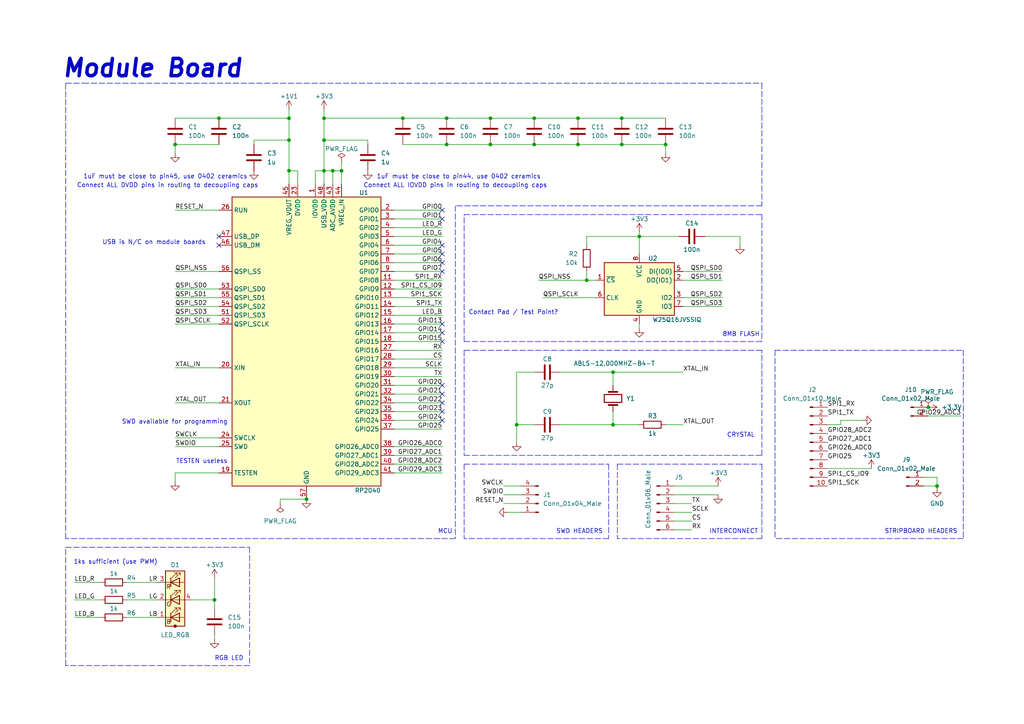
<source format=kicad_sch>
(kicad_sch (version 20211123) (generator eeschema)

  (uuid ec0d6467-2c9a-48a6-9a26-c5e34dc4a7ce)

  (paper "A4")

  (lib_symbols
    (symbol "Connector:Conn_01x02_Male" (pin_names (offset 1.016) hide) (in_bom yes) (on_board yes)
      (property "Reference" "J" (id 0) (at 0 2.54 0)
        (effects (font (size 1.27 1.27)))
      )
      (property "Value" "Conn_01x02_Male" (id 1) (at 0 -5.08 0)
        (effects (font (size 1.27 1.27)))
      )
      (property "Footprint" "" (id 2) (at 0 0 0)
        (effects (font (size 1.27 1.27)) hide)
      )
      (property "Datasheet" "~" (id 3) (at 0 0 0)
        (effects (font (size 1.27 1.27)) hide)
      )
      (property "ki_keywords" "connector" (id 4) (at 0 0 0)
        (effects (font (size 1.27 1.27)) hide)
      )
      (property "ki_description" "Generic connector, single row, 01x02, script generated (kicad-library-utils/schlib/autogen/connector/)" (id 5) (at 0 0 0)
        (effects (font (size 1.27 1.27)) hide)
      )
      (property "ki_fp_filters" "Connector*:*_1x??_*" (id 6) (at 0 0 0)
        (effects (font (size 1.27 1.27)) hide)
      )
      (symbol "Conn_01x02_Male_1_1"
        (polyline
          (pts
            (xy 1.27 -2.54)
            (xy 0.8636 -2.54)
          )
          (stroke (width 0.1524) (type default) (color 0 0 0 0))
          (fill (type none))
        )
        (polyline
          (pts
            (xy 1.27 0)
            (xy 0.8636 0)
          )
          (stroke (width 0.1524) (type default) (color 0 0 0 0))
          (fill (type none))
        )
        (rectangle (start 0.8636 -2.413) (end 0 -2.667)
          (stroke (width 0.1524) (type default) (color 0 0 0 0))
          (fill (type outline))
        )
        (rectangle (start 0.8636 0.127) (end 0 -0.127)
          (stroke (width 0.1524) (type default) (color 0 0 0 0))
          (fill (type outline))
        )
        (pin passive line (at 5.08 0 180) (length 3.81)
          (name "Pin_1" (effects (font (size 1.27 1.27))))
          (number "1" (effects (font (size 1.27 1.27))))
        )
        (pin passive line (at 5.08 -2.54 180) (length 3.81)
          (name "Pin_2" (effects (font (size 1.27 1.27))))
          (number "2" (effects (font (size 1.27 1.27))))
        )
      )
    )
    (symbol "Connector:Conn_01x04_Male" (pin_names (offset 1.016) hide) (in_bom yes) (on_board yes)
      (property "Reference" "J" (id 0) (at 0 5.08 0)
        (effects (font (size 1.27 1.27)))
      )
      (property "Value" "Conn_01x04_Male" (id 1) (at 0 -7.62 0)
        (effects (font (size 1.27 1.27)))
      )
      (property "Footprint" "" (id 2) (at 0 0 0)
        (effects (font (size 1.27 1.27)) hide)
      )
      (property "Datasheet" "~" (id 3) (at 0 0 0)
        (effects (font (size 1.27 1.27)) hide)
      )
      (property "ki_keywords" "connector" (id 4) (at 0 0 0)
        (effects (font (size 1.27 1.27)) hide)
      )
      (property "ki_description" "Generic connector, single row, 01x04, script generated (kicad-library-utils/schlib/autogen/connector/)" (id 5) (at 0 0 0)
        (effects (font (size 1.27 1.27)) hide)
      )
      (property "ki_fp_filters" "Connector*:*_1x??_*" (id 6) (at 0 0 0)
        (effects (font (size 1.27 1.27)) hide)
      )
      (symbol "Conn_01x04_Male_1_1"
        (polyline
          (pts
            (xy 1.27 -5.08)
            (xy 0.8636 -5.08)
          )
          (stroke (width 0.1524) (type default) (color 0 0 0 0))
          (fill (type none))
        )
        (polyline
          (pts
            (xy 1.27 -2.54)
            (xy 0.8636 -2.54)
          )
          (stroke (width 0.1524) (type default) (color 0 0 0 0))
          (fill (type none))
        )
        (polyline
          (pts
            (xy 1.27 0)
            (xy 0.8636 0)
          )
          (stroke (width 0.1524) (type default) (color 0 0 0 0))
          (fill (type none))
        )
        (polyline
          (pts
            (xy 1.27 2.54)
            (xy 0.8636 2.54)
          )
          (stroke (width 0.1524) (type default) (color 0 0 0 0))
          (fill (type none))
        )
        (rectangle (start 0.8636 -4.953) (end 0 -5.207)
          (stroke (width 0.1524) (type default) (color 0 0 0 0))
          (fill (type outline))
        )
        (rectangle (start 0.8636 -2.413) (end 0 -2.667)
          (stroke (width 0.1524) (type default) (color 0 0 0 0))
          (fill (type outline))
        )
        (rectangle (start 0.8636 0.127) (end 0 -0.127)
          (stroke (width 0.1524) (type default) (color 0 0 0 0))
          (fill (type outline))
        )
        (rectangle (start 0.8636 2.667) (end 0 2.413)
          (stroke (width 0.1524) (type default) (color 0 0 0 0))
          (fill (type outline))
        )
        (pin passive line (at 5.08 2.54 180) (length 3.81)
          (name "Pin_1" (effects (font (size 1.27 1.27))))
          (number "1" (effects (font (size 1.27 1.27))))
        )
        (pin passive line (at 5.08 0 180) (length 3.81)
          (name "Pin_2" (effects (font (size 1.27 1.27))))
          (number "2" (effects (font (size 1.27 1.27))))
        )
        (pin passive line (at 5.08 -2.54 180) (length 3.81)
          (name "Pin_3" (effects (font (size 1.27 1.27))))
          (number "3" (effects (font (size 1.27 1.27))))
        )
        (pin passive line (at 5.08 -5.08 180) (length 3.81)
          (name "Pin_4" (effects (font (size 1.27 1.27))))
          (number "4" (effects (font (size 1.27 1.27))))
        )
      )
    )
    (symbol "Connector:Conn_01x06_Male" (pin_names (offset 1.016) hide) (in_bom yes) (on_board yes)
      (property "Reference" "J" (id 0) (at 0 7.62 0)
        (effects (font (size 1.27 1.27)))
      )
      (property "Value" "Conn_01x06_Male" (id 1) (at 0 -10.16 0)
        (effects (font (size 1.27 1.27)))
      )
      (property "Footprint" "" (id 2) (at 0 0 0)
        (effects (font (size 1.27 1.27)) hide)
      )
      (property "Datasheet" "~" (id 3) (at 0 0 0)
        (effects (font (size 1.27 1.27)) hide)
      )
      (property "ki_keywords" "connector" (id 4) (at 0 0 0)
        (effects (font (size 1.27 1.27)) hide)
      )
      (property "ki_description" "Generic connector, single row, 01x06, script generated (kicad-library-utils/schlib/autogen/connector/)" (id 5) (at 0 0 0)
        (effects (font (size 1.27 1.27)) hide)
      )
      (property "ki_fp_filters" "Connector*:*_1x??_*" (id 6) (at 0 0 0)
        (effects (font (size 1.27 1.27)) hide)
      )
      (symbol "Conn_01x06_Male_1_1"
        (polyline
          (pts
            (xy 1.27 -7.62)
            (xy 0.8636 -7.62)
          )
          (stroke (width 0.1524) (type default) (color 0 0 0 0))
          (fill (type none))
        )
        (polyline
          (pts
            (xy 1.27 -5.08)
            (xy 0.8636 -5.08)
          )
          (stroke (width 0.1524) (type default) (color 0 0 0 0))
          (fill (type none))
        )
        (polyline
          (pts
            (xy 1.27 -2.54)
            (xy 0.8636 -2.54)
          )
          (stroke (width 0.1524) (type default) (color 0 0 0 0))
          (fill (type none))
        )
        (polyline
          (pts
            (xy 1.27 0)
            (xy 0.8636 0)
          )
          (stroke (width 0.1524) (type default) (color 0 0 0 0))
          (fill (type none))
        )
        (polyline
          (pts
            (xy 1.27 2.54)
            (xy 0.8636 2.54)
          )
          (stroke (width 0.1524) (type default) (color 0 0 0 0))
          (fill (type none))
        )
        (polyline
          (pts
            (xy 1.27 5.08)
            (xy 0.8636 5.08)
          )
          (stroke (width 0.1524) (type default) (color 0 0 0 0))
          (fill (type none))
        )
        (rectangle (start 0.8636 -7.493) (end 0 -7.747)
          (stroke (width 0.1524) (type default) (color 0 0 0 0))
          (fill (type outline))
        )
        (rectangle (start 0.8636 -4.953) (end 0 -5.207)
          (stroke (width 0.1524) (type default) (color 0 0 0 0))
          (fill (type outline))
        )
        (rectangle (start 0.8636 -2.413) (end 0 -2.667)
          (stroke (width 0.1524) (type default) (color 0 0 0 0))
          (fill (type outline))
        )
        (rectangle (start 0.8636 0.127) (end 0 -0.127)
          (stroke (width 0.1524) (type default) (color 0 0 0 0))
          (fill (type outline))
        )
        (rectangle (start 0.8636 2.667) (end 0 2.413)
          (stroke (width 0.1524) (type default) (color 0 0 0 0))
          (fill (type outline))
        )
        (rectangle (start 0.8636 5.207) (end 0 4.953)
          (stroke (width 0.1524) (type default) (color 0 0 0 0))
          (fill (type outline))
        )
        (pin passive line (at 5.08 5.08 180) (length 3.81)
          (name "Pin_1" (effects (font (size 1.27 1.27))))
          (number "1" (effects (font (size 1.27 1.27))))
        )
        (pin passive line (at 5.08 2.54 180) (length 3.81)
          (name "Pin_2" (effects (font (size 1.27 1.27))))
          (number "2" (effects (font (size 1.27 1.27))))
        )
        (pin passive line (at 5.08 0 180) (length 3.81)
          (name "Pin_3" (effects (font (size 1.27 1.27))))
          (number "3" (effects (font (size 1.27 1.27))))
        )
        (pin passive line (at 5.08 -2.54 180) (length 3.81)
          (name "Pin_4" (effects (font (size 1.27 1.27))))
          (number "4" (effects (font (size 1.27 1.27))))
        )
        (pin passive line (at 5.08 -5.08 180) (length 3.81)
          (name "Pin_5" (effects (font (size 1.27 1.27))))
          (number "5" (effects (font (size 1.27 1.27))))
        )
        (pin passive line (at 5.08 -7.62 180) (length 3.81)
          (name "Pin_6" (effects (font (size 1.27 1.27))))
          (number "6" (effects (font (size 1.27 1.27))))
        )
      )
    )
    (symbol "Connector:Conn_01x10_Male" (pin_names (offset 1.016) hide) (in_bom yes) (on_board yes)
      (property "Reference" "J" (id 0) (at 0 12.7 0)
        (effects (font (size 1.27 1.27)))
      )
      (property "Value" "Conn_01x10_Male" (id 1) (at 0 -15.24 0)
        (effects (font (size 1.27 1.27)))
      )
      (property "Footprint" "" (id 2) (at 0 0 0)
        (effects (font (size 1.27 1.27)) hide)
      )
      (property "Datasheet" "~" (id 3) (at 0 0 0)
        (effects (font (size 1.27 1.27)) hide)
      )
      (property "ki_keywords" "connector" (id 4) (at 0 0 0)
        (effects (font (size 1.27 1.27)) hide)
      )
      (property "ki_description" "Generic connector, single row, 01x10, script generated (kicad-library-utils/schlib/autogen/connector/)" (id 5) (at 0 0 0)
        (effects (font (size 1.27 1.27)) hide)
      )
      (property "ki_fp_filters" "Connector*:*_1x??_*" (id 6) (at 0 0 0)
        (effects (font (size 1.27 1.27)) hide)
      )
      (symbol "Conn_01x10_Male_1_1"
        (polyline
          (pts
            (xy 1.27 -12.7)
            (xy 0.8636 -12.7)
          )
          (stroke (width 0.1524) (type default) (color 0 0 0 0))
          (fill (type none))
        )
        (polyline
          (pts
            (xy 1.27 -10.16)
            (xy 0.8636 -10.16)
          )
          (stroke (width 0.1524) (type default) (color 0 0 0 0))
          (fill (type none))
        )
        (polyline
          (pts
            (xy 1.27 -7.62)
            (xy 0.8636 -7.62)
          )
          (stroke (width 0.1524) (type default) (color 0 0 0 0))
          (fill (type none))
        )
        (polyline
          (pts
            (xy 1.27 -5.08)
            (xy 0.8636 -5.08)
          )
          (stroke (width 0.1524) (type default) (color 0 0 0 0))
          (fill (type none))
        )
        (polyline
          (pts
            (xy 1.27 -2.54)
            (xy 0.8636 -2.54)
          )
          (stroke (width 0.1524) (type default) (color 0 0 0 0))
          (fill (type none))
        )
        (polyline
          (pts
            (xy 1.27 0)
            (xy 0.8636 0)
          )
          (stroke (width 0.1524) (type default) (color 0 0 0 0))
          (fill (type none))
        )
        (polyline
          (pts
            (xy 1.27 2.54)
            (xy 0.8636 2.54)
          )
          (stroke (width 0.1524) (type default) (color 0 0 0 0))
          (fill (type none))
        )
        (polyline
          (pts
            (xy 1.27 5.08)
            (xy 0.8636 5.08)
          )
          (stroke (width 0.1524) (type default) (color 0 0 0 0))
          (fill (type none))
        )
        (polyline
          (pts
            (xy 1.27 7.62)
            (xy 0.8636 7.62)
          )
          (stroke (width 0.1524) (type default) (color 0 0 0 0))
          (fill (type none))
        )
        (polyline
          (pts
            (xy 1.27 10.16)
            (xy 0.8636 10.16)
          )
          (stroke (width 0.1524) (type default) (color 0 0 0 0))
          (fill (type none))
        )
        (rectangle (start 0.8636 -12.573) (end 0 -12.827)
          (stroke (width 0.1524) (type default) (color 0 0 0 0))
          (fill (type outline))
        )
        (rectangle (start 0.8636 -10.033) (end 0 -10.287)
          (stroke (width 0.1524) (type default) (color 0 0 0 0))
          (fill (type outline))
        )
        (rectangle (start 0.8636 -7.493) (end 0 -7.747)
          (stroke (width 0.1524) (type default) (color 0 0 0 0))
          (fill (type outline))
        )
        (rectangle (start 0.8636 -4.953) (end 0 -5.207)
          (stroke (width 0.1524) (type default) (color 0 0 0 0))
          (fill (type outline))
        )
        (rectangle (start 0.8636 -2.413) (end 0 -2.667)
          (stroke (width 0.1524) (type default) (color 0 0 0 0))
          (fill (type outline))
        )
        (rectangle (start 0.8636 0.127) (end 0 -0.127)
          (stroke (width 0.1524) (type default) (color 0 0 0 0))
          (fill (type outline))
        )
        (rectangle (start 0.8636 2.667) (end 0 2.413)
          (stroke (width 0.1524) (type default) (color 0 0 0 0))
          (fill (type outline))
        )
        (rectangle (start 0.8636 5.207) (end 0 4.953)
          (stroke (width 0.1524) (type default) (color 0 0 0 0))
          (fill (type outline))
        )
        (rectangle (start 0.8636 7.747) (end 0 7.493)
          (stroke (width 0.1524) (type default) (color 0 0 0 0))
          (fill (type outline))
        )
        (rectangle (start 0.8636 10.287) (end 0 10.033)
          (stroke (width 0.1524) (type default) (color 0 0 0 0))
          (fill (type outline))
        )
        (pin passive line (at 5.08 10.16 180) (length 3.81)
          (name "Pin_1" (effects (font (size 1.27 1.27))))
          (number "1" (effects (font (size 1.27 1.27))))
        )
        (pin passive line (at 5.08 -12.7 180) (length 3.81)
          (name "Pin_10" (effects (font (size 1.27 1.27))))
          (number "10" (effects (font (size 1.27 1.27))))
        )
        (pin passive line (at 5.08 7.62 180) (length 3.81)
          (name "Pin_2" (effects (font (size 1.27 1.27))))
          (number "2" (effects (font (size 1.27 1.27))))
        )
        (pin passive line (at 5.08 5.08 180) (length 3.81)
          (name "Pin_3" (effects (font (size 1.27 1.27))))
          (number "3" (effects (font (size 1.27 1.27))))
        )
        (pin passive line (at 5.08 2.54 180) (length 3.81)
          (name "Pin_4" (effects (font (size 1.27 1.27))))
          (number "4" (effects (font (size 1.27 1.27))))
        )
        (pin passive line (at 5.08 0 180) (length 3.81)
          (name "Pin_5" (effects (font (size 1.27 1.27))))
          (number "5" (effects (font (size 1.27 1.27))))
        )
        (pin passive line (at 5.08 -2.54 180) (length 3.81)
          (name "Pin_6" (effects (font (size 1.27 1.27))))
          (number "6" (effects (font (size 1.27 1.27))))
        )
        (pin passive line (at 5.08 -5.08 180) (length 3.81)
          (name "Pin_7" (effects (font (size 1.27 1.27))))
          (number "7" (effects (font (size 1.27 1.27))))
        )
        (pin passive line (at 5.08 -7.62 180) (length 3.81)
          (name "Pin_8" (effects (font (size 1.27 1.27))))
          (number "8" (effects (font (size 1.27 1.27))))
        )
        (pin passive line (at 5.08 -10.16 180) (length 3.81)
          (name "Pin_9" (effects (font (size 1.27 1.27))))
          (number "9" (effects (font (size 1.27 1.27))))
        )
      )
    )
    (symbol "Device:C" (pin_numbers hide) (pin_names (offset 0.254)) (in_bom yes) (on_board yes)
      (property "Reference" "C" (id 0) (at 0.635 2.54 0)
        (effects (font (size 1.27 1.27)) (justify left))
      )
      (property "Value" "C" (id 1) (at 0.635 -2.54 0)
        (effects (font (size 1.27 1.27)) (justify left))
      )
      (property "Footprint" "" (id 2) (at 0.9652 -3.81 0)
        (effects (font (size 1.27 1.27)) hide)
      )
      (property "Datasheet" "~" (id 3) (at 0 0 0)
        (effects (font (size 1.27 1.27)) hide)
      )
      (property "ki_keywords" "cap capacitor" (id 4) (at 0 0 0)
        (effects (font (size 1.27 1.27)) hide)
      )
      (property "ki_description" "Unpolarized capacitor" (id 5) (at 0 0 0)
        (effects (font (size 1.27 1.27)) hide)
      )
      (property "ki_fp_filters" "C_*" (id 6) (at 0 0 0)
        (effects (font (size 1.27 1.27)) hide)
      )
      (symbol "C_0_1"
        (polyline
          (pts
            (xy -2.032 -0.762)
            (xy 2.032 -0.762)
          )
          (stroke (width 0.508) (type default) (color 0 0 0 0))
          (fill (type none))
        )
        (polyline
          (pts
            (xy -2.032 0.762)
            (xy 2.032 0.762)
          )
          (stroke (width 0.508) (type default) (color 0 0 0 0))
          (fill (type none))
        )
      )
      (symbol "C_1_1"
        (pin passive line (at 0 3.81 270) (length 2.794)
          (name "~" (effects (font (size 1.27 1.27))))
          (number "1" (effects (font (size 1.27 1.27))))
        )
        (pin passive line (at 0 -3.81 90) (length 2.794)
          (name "~" (effects (font (size 1.27 1.27))))
          (number "2" (effects (font (size 1.27 1.27))))
        )
      )
    )
    (symbol "Device:Crystal" (pin_numbers hide) (pin_names (offset 1.016) hide) (in_bom yes) (on_board yes)
      (property "Reference" "Y" (id 0) (at 0 3.81 0)
        (effects (font (size 1.27 1.27)))
      )
      (property "Value" "Crystal" (id 1) (at 0 -3.81 0)
        (effects (font (size 1.27 1.27)))
      )
      (property "Footprint" "" (id 2) (at 0 0 0)
        (effects (font (size 1.27 1.27)) hide)
      )
      (property "Datasheet" "~" (id 3) (at 0 0 0)
        (effects (font (size 1.27 1.27)) hide)
      )
      (property "ki_keywords" "quartz ceramic resonator oscillator" (id 4) (at 0 0 0)
        (effects (font (size 1.27 1.27)) hide)
      )
      (property "ki_description" "Two pin crystal" (id 5) (at 0 0 0)
        (effects (font (size 1.27 1.27)) hide)
      )
      (property "ki_fp_filters" "Crystal*" (id 6) (at 0 0 0)
        (effects (font (size 1.27 1.27)) hide)
      )
      (symbol "Crystal_0_1"
        (rectangle (start -1.143 2.54) (end 1.143 -2.54)
          (stroke (width 0.3048) (type default) (color 0 0 0 0))
          (fill (type none))
        )
        (polyline
          (pts
            (xy -2.54 0)
            (xy -1.905 0)
          )
          (stroke (width 0) (type default) (color 0 0 0 0))
          (fill (type none))
        )
        (polyline
          (pts
            (xy -1.905 -1.27)
            (xy -1.905 1.27)
          )
          (stroke (width 0.508) (type default) (color 0 0 0 0))
          (fill (type none))
        )
        (polyline
          (pts
            (xy 1.905 -1.27)
            (xy 1.905 1.27)
          )
          (stroke (width 0.508) (type default) (color 0 0 0 0))
          (fill (type none))
        )
        (polyline
          (pts
            (xy 2.54 0)
            (xy 1.905 0)
          )
          (stroke (width 0) (type default) (color 0 0 0 0))
          (fill (type none))
        )
      )
      (symbol "Crystal_1_1"
        (pin passive line (at -3.81 0 0) (length 1.27)
          (name "1" (effects (font (size 1.27 1.27))))
          (number "1" (effects (font (size 1.27 1.27))))
        )
        (pin passive line (at 3.81 0 180) (length 1.27)
          (name "2" (effects (font (size 1.27 1.27))))
          (number "2" (effects (font (size 1.27 1.27))))
        )
      )
    )
    (symbol "Device:R" (pin_numbers hide) (pin_names (offset 0)) (in_bom yes) (on_board yes)
      (property "Reference" "R" (id 0) (at 2.032 0 90)
        (effects (font (size 1.27 1.27)))
      )
      (property "Value" "R" (id 1) (at 0 0 90)
        (effects (font (size 1.27 1.27)))
      )
      (property "Footprint" "" (id 2) (at -1.778 0 90)
        (effects (font (size 1.27 1.27)) hide)
      )
      (property "Datasheet" "~" (id 3) (at 0 0 0)
        (effects (font (size 1.27 1.27)) hide)
      )
      (property "ki_keywords" "R res resistor" (id 4) (at 0 0 0)
        (effects (font (size 1.27 1.27)) hide)
      )
      (property "ki_description" "Resistor" (id 5) (at 0 0 0)
        (effects (font (size 1.27 1.27)) hide)
      )
      (property "ki_fp_filters" "R_*" (id 6) (at 0 0 0)
        (effects (font (size 1.27 1.27)) hide)
      )
      (symbol "R_0_1"
        (rectangle (start -1.016 -2.54) (end 1.016 2.54)
          (stroke (width 0.254) (type default) (color 0 0 0 0))
          (fill (type none))
        )
      )
      (symbol "R_1_1"
        (pin passive line (at 0 3.81 270) (length 1.27)
          (name "~" (effects (font (size 1.27 1.27))))
          (number "1" (effects (font (size 1.27 1.27))))
        )
        (pin passive line (at 0 -3.81 90) (length 1.27)
          (name "~" (effects (font (size 1.27 1.27))))
          (number "2" (effects (font (size 1.27 1.27))))
        )
      )
    )
    (symbol "MCU_RaspberryPi:RP2040" (in_bom yes) (on_board yes)
      (property "Reference" "U" (id 0) (at 17.78 45.72 0)
        (effects (font (size 1.27 1.27)))
      )
      (property "Value" "RP2040" (id 1) (at 17.78 43.18 0)
        (effects (font (size 1.27 1.27)))
      )
      (property "Footprint" "Package_DFN_QFN:QFN-56-1EP_7x7mm_P0.4mm_EP3.2x3.2mm" (id 2) (at 0 0 0)
        (effects (font (size 1.27 1.27)) hide)
      )
      (property "Datasheet" "https://datasheets.raspberrypi.com/rp2040/rp2040-datasheet.pdf" (id 3) (at 0 0 0)
        (effects (font (size 1.27 1.27)) hide)
      )
      (property "ki_keywords" "RP2040 ARM Cortex-M0+ USB" (id 4) (at 0 0 0)
        (effects (font (size 1.27 1.27)) hide)
      )
      (property "ki_description" "A microcontroller by Raspberry Pi" (id 5) (at 0 0 0)
        (effects (font (size 1.27 1.27)) hide)
      )
      (property "ki_fp_filters" "QFN*7x7mm?P0.4mm?EP3.2x3.2mm*" (id 6) (at 0 0 0)
        (effects (font (size 1.27 1.27)) hide)
      )
      (symbol "RP2040_0_1"
        (rectangle (start -21.59 41.91) (end 21.59 -41.91)
          (stroke (width 0.254) (type default) (color 0 0 0 0))
          (fill (type background))
        )
      )
      (symbol "RP2040_1_1"
        (pin power_in line (at 2.54 45.72 270) (length 3.81)
          (name "IOVDD" (effects (font (size 1.27 1.27))))
          (number "1" (effects (font (size 1.27 1.27))))
        )
        (pin passive line (at 2.54 45.72 270) (length 3.81) hide
          (name "IOVDD" (effects (font (size 1.27 1.27))))
          (number "10" (effects (font (size 1.27 1.27))))
        )
        (pin bidirectional line (at 25.4 17.78 180) (length 3.81)
          (name "GPIO8" (effects (font (size 1.27 1.27))))
          (number "11" (effects (font (size 1.27 1.27))))
        )
        (pin bidirectional line (at 25.4 15.24 180) (length 3.81)
          (name "GPIO9" (effects (font (size 1.27 1.27))))
          (number "12" (effects (font (size 1.27 1.27))))
        )
        (pin bidirectional line (at 25.4 12.7 180) (length 3.81)
          (name "GPIO10" (effects (font (size 1.27 1.27))))
          (number "13" (effects (font (size 1.27 1.27))))
        )
        (pin bidirectional line (at 25.4 10.16 180) (length 3.81)
          (name "GPIO11" (effects (font (size 1.27 1.27))))
          (number "14" (effects (font (size 1.27 1.27))))
        )
        (pin bidirectional line (at 25.4 7.62 180) (length 3.81)
          (name "GPIO12" (effects (font (size 1.27 1.27))))
          (number "15" (effects (font (size 1.27 1.27))))
        )
        (pin bidirectional line (at 25.4 5.08 180) (length 3.81)
          (name "GPIO13" (effects (font (size 1.27 1.27))))
          (number "16" (effects (font (size 1.27 1.27))))
        )
        (pin bidirectional line (at 25.4 2.54 180) (length 3.81)
          (name "GPIO14" (effects (font (size 1.27 1.27))))
          (number "17" (effects (font (size 1.27 1.27))))
        )
        (pin bidirectional line (at 25.4 0 180) (length 3.81)
          (name "GPIO15" (effects (font (size 1.27 1.27))))
          (number "18" (effects (font (size 1.27 1.27))))
        )
        (pin input line (at -25.4 -38.1 0) (length 3.81)
          (name "TESTEN" (effects (font (size 1.27 1.27))))
          (number "19" (effects (font (size 1.27 1.27))))
        )
        (pin bidirectional line (at 25.4 38.1 180) (length 3.81)
          (name "GPIO0" (effects (font (size 1.27 1.27))))
          (number "2" (effects (font (size 1.27 1.27))))
        )
        (pin input line (at -25.4 -7.62 0) (length 3.81)
          (name "XIN" (effects (font (size 1.27 1.27))))
          (number "20" (effects (font (size 1.27 1.27))))
        )
        (pin passive line (at -25.4 -17.78 0) (length 3.81)
          (name "XOUT" (effects (font (size 1.27 1.27))))
          (number "21" (effects (font (size 1.27 1.27))))
        )
        (pin passive line (at 2.54 45.72 270) (length 3.81) hide
          (name "IOVDD" (effects (font (size 1.27 1.27))))
          (number "22" (effects (font (size 1.27 1.27))))
        )
        (pin power_in line (at -2.54 45.72 270) (length 3.81)
          (name "DVDD" (effects (font (size 1.27 1.27))))
          (number "23" (effects (font (size 1.27 1.27))))
        )
        (pin output line (at -25.4 -27.94 0) (length 3.81)
          (name "SWCLK" (effects (font (size 1.27 1.27))))
          (number "24" (effects (font (size 1.27 1.27))))
        )
        (pin bidirectional line (at -25.4 -30.48 0) (length 3.81)
          (name "SWD" (effects (font (size 1.27 1.27))))
          (number "25" (effects (font (size 1.27 1.27))))
        )
        (pin input line (at -25.4 38.1 0) (length 3.81)
          (name "RUN" (effects (font (size 1.27 1.27))))
          (number "26" (effects (font (size 1.27 1.27))))
        )
        (pin bidirectional line (at 25.4 -2.54 180) (length 3.81)
          (name "GPIO16" (effects (font (size 1.27 1.27))))
          (number "27" (effects (font (size 1.27 1.27))))
        )
        (pin bidirectional line (at 25.4 -5.08 180) (length 3.81)
          (name "GPIO17" (effects (font (size 1.27 1.27))))
          (number "28" (effects (font (size 1.27 1.27))))
        )
        (pin bidirectional line (at 25.4 -7.62 180) (length 3.81)
          (name "GPIO18" (effects (font (size 1.27 1.27))))
          (number "29" (effects (font (size 1.27 1.27))))
        )
        (pin bidirectional line (at 25.4 35.56 180) (length 3.81)
          (name "GPIO1" (effects (font (size 1.27 1.27))))
          (number "3" (effects (font (size 1.27 1.27))))
        )
        (pin bidirectional line (at 25.4 -10.16 180) (length 3.81)
          (name "GPIO19" (effects (font (size 1.27 1.27))))
          (number "30" (effects (font (size 1.27 1.27))))
        )
        (pin bidirectional line (at 25.4 -12.7 180) (length 3.81)
          (name "GPIO20" (effects (font (size 1.27 1.27))))
          (number "31" (effects (font (size 1.27 1.27))))
        )
        (pin bidirectional line (at 25.4 -15.24 180) (length 3.81)
          (name "GPIO21" (effects (font (size 1.27 1.27))))
          (number "32" (effects (font (size 1.27 1.27))))
        )
        (pin passive line (at 2.54 45.72 270) (length 3.81) hide
          (name "IOVDD" (effects (font (size 1.27 1.27))))
          (number "33" (effects (font (size 1.27 1.27))))
        )
        (pin bidirectional line (at 25.4 -17.78 180) (length 3.81)
          (name "GPIO22" (effects (font (size 1.27 1.27))))
          (number "34" (effects (font (size 1.27 1.27))))
        )
        (pin bidirectional line (at 25.4 -20.32 180) (length 3.81)
          (name "GPIO23" (effects (font (size 1.27 1.27))))
          (number "35" (effects (font (size 1.27 1.27))))
        )
        (pin bidirectional line (at 25.4 -22.86 180) (length 3.81)
          (name "GPIO24" (effects (font (size 1.27 1.27))))
          (number "36" (effects (font (size 1.27 1.27))))
        )
        (pin bidirectional line (at 25.4 -25.4 180) (length 3.81)
          (name "GPIO25" (effects (font (size 1.27 1.27))))
          (number "37" (effects (font (size 1.27 1.27))))
        )
        (pin bidirectional line (at 25.4 -30.48 180) (length 3.81)
          (name "GPIO26_ADC0" (effects (font (size 1.27 1.27))))
          (number "38" (effects (font (size 1.27 1.27))))
        )
        (pin bidirectional line (at 25.4 -33.02 180) (length 3.81)
          (name "GPIO27_ADC1" (effects (font (size 1.27 1.27))))
          (number "39" (effects (font (size 1.27 1.27))))
        )
        (pin bidirectional line (at 25.4 33.02 180) (length 3.81)
          (name "GPIO2" (effects (font (size 1.27 1.27))))
          (number "4" (effects (font (size 1.27 1.27))))
        )
        (pin bidirectional line (at 25.4 -35.56 180) (length 3.81)
          (name "GPIO28_ADC2" (effects (font (size 1.27 1.27))))
          (number "40" (effects (font (size 1.27 1.27))))
        )
        (pin bidirectional line (at 25.4 -38.1 180) (length 3.81)
          (name "GPIO29_ADC3" (effects (font (size 1.27 1.27))))
          (number "41" (effects (font (size 1.27 1.27))))
        )
        (pin passive line (at 2.54 45.72 270) (length 3.81) hide
          (name "IOVDD" (effects (font (size 1.27 1.27))))
          (number "42" (effects (font (size 1.27 1.27))))
        )
        (pin power_in line (at 7.62 45.72 270) (length 3.81)
          (name "ADC_AVDD" (effects (font (size 1.27 1.27))))
          (number "43" (effects (font (size 1.27 1.27))))
        )
        (pin power_in line (at 10.16 45.72 270) (length 3.81)
          (name "VREG_IN" (effects (font (size 1.27 1.27))))
          (number "44" (effects (font (size 1.27 1.27))))
        )
        (pin power_out line (at -5.08 45.72 270) (length 3.81)
          (name "VREG_VOUT" (effects (font (size 1.27 1.27))))
          (number "45" (effects (font (size 1.27 1.27))))
        )
        (pin bidirectional line (at -25.4 27.94 0) (length 3.81)
          (name "USB_DM" (effects (font (size 1.27 1.27))))
          (number "46" (effects (font (size 1.27 1.27))))
        )
        (pin bidirectional line (at -25.4 30.48 0) (length 3.81)
          (name "USB_DP" (effects (font (size 1.27 1.27))))
          (number "47" (effects (font (size 1.27 1.27))))
        )
        (pin power_in line (at 5.08 45.72 270) (length 3.81)
          (name "USB_VDD" (effects (font (size 1.27 1.27))))
          (number "48" (effects (font (size 1.27 1.27))))
        )
        (pin passive line (at 2.54 45.72 270) (length 3.81) hide
          (name "IOVDD" (effects (font (size 1.27 1.27))))
          (number "49" (effects (font (size 1.27 1.27))))
        )
        (pin bidirectional line (at 25.4 30.48 180) (length 3.81)
          (name "GPIO3" (effects (font (size 1.27 1.27))))
          (number "5" (effects (font (size 1.27 1.27))))
        )
        (pin passive line (at -2.54 45.72 270) (length 3.81) hide
          (name "DVDD" (effects (font (size 1.27 1.27))))
          (number "50" (effects (font (size 1.27 1.27))))
        )
        (pin bidirectional line (at -25.4 7.62 0) (length 3.81)
          (name "QSPI_SD3" (effects (font (size 1.27 1.27))))
          (number "51" (effects (font (size 1.27 1.27))))
        )
        (pin output line (at -25.4 5.08 0) (length 3.81)
          (name "QSPI_SCLK" (effects (font (size 1.27 1.27))))
          (number "52" (effects (font (size 1.27 1.27))))
        )
        (pin bidirectional line (at -25.4 15.24 0) (length 3.81)
          (name "QSPI_SD0" (effects (font (size 1.27 1.27))))
          (number "53" (effects (font (size 1.27 1.27))))
        )
        (pin bidirectional line (at -25.4 10.16 0) (length 3.81)
          (name "QSPI_SD2" (effects (font (size 1.27 1.27))))
          (number "54" (effects (font (size 1.27 1.27))))
        )
        (pin bidirectional line (at -25.4 12.7 0) (length 3.81)
          (name "QSPI_SD1" (effects (font (size 1.27 1.27))))
          (number "55" (effects (font (size 1.27 1.27))))
        )
        (pin bidirectional line (at -25.4 20.32 0) (length 3.81)
          (name "QSPI_SS" (effects (font (size 1.27 1.27))))
          (number "56" (effects (font (size 1.27 1.27))))
        )
        (pin power_in line (at 0 -45.72 90) (length 3.81)
          (name "GND" (effects (font (size 1.27 1.27))))
          (number "57" (effects (font (size 1.27 1.27))))
        )
        (pin bidirectional line (at 25.4 27.94 180) (length 3.81)
          (name "GPIO4" (effects (font (size 1.27 1.27))))
          (number "6" (effects (font (size 1.27 1.27))))
        )
        (pin bidirectional line (at 25.4 25.4 180) (length 3.81)
          (name "GPIO5" (effects (font (size 1.27 1.27))))
          (number "7" (effects (font (size 1.27 1.27))))
        )
        (pin bidirectional line (at 25.4 22.86 180) (length 3.81)
          (name "GPIO6" (effects (font (size 1.27 1.27))))
          (number "8" (effects (font (size 1.27 1.27))))
        )
        (pin bidirectional line (at 25.4 20.32 180) (length 3.81)
          (name "GPIO7" (effects (font (size 1.27 1.27))))
          (number "9" (effects (font (size 1.27 1.27))))
        )
      )
    )
    (symbol "power:+1V1" (power) (pin_names (offset 0)) (in_bom yes) (on_board yes)
      (property "Reference" "#PWR" (id 0) (at 0 -3.81 0)
        (effects (font (size 1.27 1.27)) hide)
      )
      (property "Value" "+1V1" (id 1) (at 0 3.556 0)
        (effects (font (size 1.27 1.27)))
      )
      (property "Footprint" "" (id 2) (at 0 0 0)
        (effects (font (size 1.27 1.27)) hide)
      )
      (property "Datasheet" "" (id 3) (at 0 0 0)
        (effects (font (size 1.27 1.27)) hide)
      )
      (property "ki_keywords" "global power" (id 4) (at 0 0 0)
        (effects (font (size 1.27 1.27)) hide)
      )
      (property "ki_description" "Power symbol creates a global label with name \"+1V1\"" (id 5) (at 0 0 0)
        (effects (font (size 1.27 1.27)) hide)
      )
      (symbol "+1V1_0_1"
        (polyline
          (pts
            (xy -0.762 1.27)
            (xy 0 2.54)
          )
          (stroke (width 0) (type default) (color 0 0 0 0))
          (fill (type none))
        )
        (polyline
          (pts
            (xy 0 0)
            (xy 0 2.54)
          )
          (stroke (width 0) (type default) (color 0 0 0 0))
          (fill (type none))
        )
        (polyline
          (pts
            (xy 0 2.54)
            (xy 0.762 1.27)
          )
          (stroke (width 0) (type default) (color 0 0 0 0))
          (fill (type none))
        )
      )
      (symbol "+1V1_1_1"
        (pin power_in line (at 0 0 90) (length 0) hide
          (name "+1V1" (effects (font (size 1.27 1.27))))
          (number "1" (effects (font (size 1.27 1.27))))
        )
      )
    )
    (symbol "power:+3.3V" (power) (pin_names (offset 0)) (in_bom yes) (on_board yes)
      (property "Reference" "#PWR" (id 0) (at 0 -3.81 0)
        (effects (font (size 1.27 1.27)) hide)
      )
      (property "Value" "+3.3V" (id 1) (at 0 3.556 0)
        (effects (font (size 1.27 1.27)))
      )
      (property "Footprint" "" (id 2) (at 0 0 0)
        (effects (font (size 1.27 1.27)) hide)
      )
      (property "Datasheet" "" (id 3) (at 0 0 0)
        (effects (font (size 1.27 1.27)) hide)
      )
      (property "ki_keywords" "global power" (id 4) (at 0 0 0)
        (effects (font (size 1.27 1.27)) hide)
      )
      (property "ki_description" "Power symbol creates a global label with name \"+3.3V\"" (id 5) (at 0 0 0)
        (effects (font (size 1.27 1.27)) hide)
      )
      (symbol "+3.3V_0_1"
        (polyline
          (pts
            (xy -0.762 1.27)
            (xy 0 2.54)
          )
          (stroke (width 0) (type default) (color 0 0 0 0))
          (fill (type none))
        )
        (polyline
          (pts
            (xy 0 0)
            (xy 0 2.54)
          )
          (stroke (width 0) (type default) (color 0 0 0 0))
          (fill (type none))
        )
        (polyline
          (pts
            (xy 0 2.54)
            (xy 0.762 1.27)
          )
          (stroke (width 0) (type default) (color 0 0 0 0))
          (fill (type none))
        )
      )
      (symbol "+3.3V_1_1"
        (pin power_in line (at 0 0 90) (length 0) hide
          (name "+3.3V" (effects (font (size 1.27 1.27))))
          (number "1" (effects (font (size 1.27 1.27))))
        )
      )
    )
    (symbol "power:+3V3" (power) (pin_names (offset 0)) (in_bom yes) (on_board yes)
      (property "Reference" "#PWR" (id 0) (at 0 -3.81 0)
        (effects (font (size 1.27 1.27)) hide)
      )
      (property "Value" "+3V3" (id 1) (at 0 3.556 0)
        (effects (font (size 1.27 1.27)))
      )
      (property "Footprint" "" (id 2) (at 0 0 0)
        (effects (font (size 1.27 1.27)) hide)
      )
      (property "Datasheet" "" (id 3) (at 0 0 0)
        (effects (font (size 1.27 1.27)) hide)
      )
      (property "ki_keywords" "global power" (id 4) (at 0 0 0)
        (effects (font (size 1.27 1.27)) hide)
      )
      (property "ki_description" "Power symbol creates a global label with name \"+3V3\"" (id 5) (at 0 0 0)
        (effects (font (size 1.27 1.27)) hide)
      )
      (symbol "+3V3_0_1"
        (polyline
          (pts
            (xy -0.762 1.27)
            (xy 0 2.54)
          )
          (stroke (width 0) (type default) (color 0 0 0 0))
          (fill (type none))
        )
        (polyline
          (pts
            (xy 0 0)
            (xy 0 2.54)
          )
          (stroke (width 0) (type default) (color 0 0 0 0))
          (fill (type none))
        )
        (polyline
          (pts
            (xy 0 2.54)
            (xy 0.762 1.27)
          )
          (stroke (width 0) (type default) (color 0 0 0 0))
          (fill (type none))
        )
      )
      (symbol "+3V3_1_1"
        (pin power_in line (at 0 0 90) (length 0) hide
          (name "+3V3" (effects (font (size 1.27 1.27))))
          (number "1" (effects (font (size 1.27 1.27))))
        )
      )
    )
    (symbol "power:GND" (power) (pin_names (offset 0)) (in_bom yes) (on_board yes)
      (property "Reference" "#PWR" (id 0) (at 0 -6.35 0)
        (effects (font (size 1.27 1.27)) hide)
      )
      (property "Value" "GND" (id 1) (at 0 -3.81 0)
        (effects (font (size 1.27 1.27)))
      )
      (property "Footprint" "" (id 2) (at 0 0 0)
        (effects (font (size 1.27 1.27)) hide)
      )
      (property "Datasheet" "" (id 3) (at 0 0 0)
        (effects (font (size 1.27 1.27)) hide)
      )
      (property "ki_keywords" "global power" (id 4) (at 0 0 0)
        (effects (font (size 1.27 1.27)) hide)
      )
      (property "ki_description" "Power symbol creates a global label with name \"GND\" , ground" (id 5) (at 0 0 0)
        (effects (font (size 1.27 1.27)) hide)
      )
      (symbol "GND_0_1"
        (polyline
          (pts
            (xy 0 0)
            (xy 0 -1.27)
            (xy 1.27 -1.27)
            (xy 0 -2.54)
            (xy -1.27 -1.27)
            (xy 0 -1.27)
          )
          (stroke (width 0) (type default) (color 0 0 0 0))
          (fill (type none))
        )
      )
      (symbol "GND_1_1"
        (pin power_in line (at 0 0 270) (length 0) hide
          (name "GND" (effects (font (size 1.27 1.27))))
          (number "1" (effects (font (size 1.27 1.27))))
        )
      )
    )
    (symbol "power:PWR_FLAG" (power) (pin_numbers hide) (pin_names (offset 0) hide) (in_bom yes) (on_board yes)
      (property "Reference" "#FLG" (id 0) (at 0 1.905 0)
        (effects (font (size 1.27 1.27)) hide)
      )
      (property "Value" "PWR_FLAG" (id 1) (at 0 3.81 0)
        (effects (font (size 1.27 1.27)))
      )
      (property "Footprint" "" (id 2) (at 0 0 0)
        (effects (font (size 1.27 1.27)) hide)
      )
      (property "Datasheet" "~" (id 3) (at 0 0 0)
        (effects (font (size 1.27 1.27)) hide)
      )
      (property "ki_keywords" "flag power" (id 4) (at 0 0 0)
        (effects (font (size 1.27 1.27)) hide)
      )
      (property "ki_description" "Special symbol for telling ERC where power comes from" (id 5) (at 0 0 0)
        (effects (font (size 1.27 1.27)) hide)
      )
      (symbol "PWR_FLAG_0_0"
        (pin power_out line (at 0 0 90) (length 0)
          (name "pwr" (effects (font (size 1.27 1.27))))
          (number "1" (effects (font (size 1.27 1.27))))
        )
      )
      (symbol "PWR_FLAG_0_1"
        (polyline
          (pts
            (xy 0 0)
            (xy 0 1.27)
            (xy -1.016 1.905)
            (xy 0 2.54)
            (xy 1.016 1.905)
            (xy 0 1.27)
          )
          (stroke (width 0) (type default) (color 0 0 0 0))
          (fill (type none))
        )
      )
    )
    (symbol "prototroller_symbols:LED_RGB" (pin_names (offset 0) hide) (in_bom yes) (on_board yes)
      (property "Reference" "D1" (id 0) (at 0 10.16 0)
        (effects (font (size 1.27 1.27)))
      )
      (property "Value" "LED_RGB" (id 1) (at -7.62 -10.16 0)
        (effects (font (size 1.27 1.27)))
      )
      (property "Footprint" "" (id 2) (at 0 -1.27 0)
        (effects (font (size 1.27 1.27)) hide)
      )
      (property "Datasheet" "~" (id 3) (at 0 -1.27 0)
        (effects (font (size 1.27 1.27)) hide)
      )
      (property "ki_keywords" "LED RGB diode" (id 4) (at 0 0 0)
        (effects (font (size 1.27 1.27)) hide)
      )
      (property "ki_description" "RGB LED, 6 pin package with exposed pad" (id 5) (at 0 0 0)
        (effects (font (size 1.27 1.27)) hide)
      )
      (property "ki_fp_filters" "LED* LED_SMD:* LED_THT:*" (id 6) (at 0 0 0)
        (effects (font (size 1.27 1.27)) hide)
      )
      (symbol "LED_RGB_0_0"
        (text "B" (at -1.905 -6.35 0)
          (effects (font (size 1.27 1.27)))
        )
        (text "G" (at -1.905 -1.27 0)
          (effects (font (size 1.27 1.27)))
        )
        (text "R" (at -1.905 3.81 0)
          (effects (font (size 1.27 1.27)))
        )
      )
      (symbol "LED_RGB_0_1"
        (circle (center 0 -7.62) (radius 0.3556)
          (stroke (width 0.254) (type default) (color 0 0 0 0))
          (fill (type outline))
        )
        (polyline
          (pts
            (xy -1.27 -5.08)
            (xy -2.54 -5.08)
          )
          (stroke (width 0) (type default) (color 0 0 0 0))
          (fill (type none))
        )
        (polyline
          (pts
            (xy -1.27 -3.81)
            (xy -1.27 -6.35)
          )
          (stroke (width 0.254) (type default) (color 0 0 0 0))
          (fill (type none))
        )
        (polyline
          (pts
            (xy -1.27 0)
            (xy -2.54 0)
          )
          (stroke (width 0) (type default) (color 0 0 0 0))
          (fill (type none))
        )
        (polyline
          (pts
            (xy -1.27 1.27)
            (xy -1.27 -1.27)
          )
          (stroke (width 0.254) (type default) (color 0 0 0 0))
          (fill (type none))
        )
        (polyline
          (pts
            (xy -1.27 5.08)
            (xy -2.54 5.08)
          )
          (stroke (width 0) (type default) (color 0 0 0 0))
          (fill (type none))
        )
        (polyline
          (pts
            (xy -1.27 5.08)
            (xy 1.27 5.08)
          )
          (stroke (width 0) (type default) (color 0 0 0 0))
          (fill (type none))
        )
        (polyline
          (pts
            (xy -1.27 6.35)
            (xy -1.27 3.81)
          )
          (stroke (width 0.254) (type default) (color 0 0 0 0))
          (fill (type none))
        )
        (polyline
          (pts
            (xy -1.016 0)
            (xy 1.27 0)
          )
          (stroke (width 0) (type default) (color 0 0 0 0))
          (fill (type none))
        )
        (polyline
          (pts
            (xy 1.27 -5.08)
            (xy -1.27 -5.08)
          )
          (stroke (width 0) (type default) (color 0 0 0 0))
          (fill (type none))
        )
        (polyline
          (pts
            (xy 1.27 -5.08)
            (xy 2.54 -5.08)
          )
          (stroke (width 0) (type default) (color 0 0 0 0))
          (fill (type none))
        )
        (polyline
          (pts
            (xy 1.27 5.08)
            (xy 2.54 5.08)
          )
          (stroke (width 0) (type default) (color 0 0 0 0))
          (fill (type none))
        )
        (polyline
          (pts
            (xy 2.54 0)
            (xy 1.27 0)
          )
          (stroke (width 0) (type default) (color 0 0 0 0))
          (fill (type none))
        )
        (polyline
          (pts
            (xy -1.27 1.27)
            (xy -1.27 -1.27)
            (xy -1.27 -1.27)
          )
          (stroke (width 0) (type default) (color 0 0 0 0))
          (fill (type none))
        )
        (polyline
          (pts
            (xy -1.27 6.35)
            (xy -1.27 3.81)
            (xy -1.27 3.81)
          )
          (stroke (width 0) (type default) (color 0 0 0 0))
          (fill (type none))
        )
        (polyline
          (pts
            (xy 1.27 -3.81)
            (xy 1.27 -6.35)
            (xy -1.27 -5.08)
            (xy 1.27 -3.81)
          )
          (stroke (width 0.254) (type default) (color 0 0 0 0))
          (fill (type none))
        )
        (polyline
          (pts
            (xy 1.27 1.27)
            (xy 1.27 -1.27)
            (xy -1.27 0)
            (xy 1.27 1.27)
          )
          (stroke (width 0.254) (type default) (color 0 0 0 0))
          (fill (type none))
        )
        (polyline
          (pts
            (xy 1.27 6.35)
            (xy 1.27 3.81)
            (xy -1.27 5.08)
            (xy 1.27 6.35)
          )
          (stroke (width 0.254) (type default) (color 0 0 0 0))
          (fill (type none))
        )
        (polyline
          (pts
            (xy -1.016 -3.81)
            (xy 0.508 -2.286)
            (xy -0.254 -2.286)
            (xy 0.508 -2.286)
            (xy 0.508 -3.048)
          )
          (stroke (width 0) (type default) (color 0 0 0 0))
          (fill (type none))
        )
        (polyline
          (pts
            (xy -1.016 1.27)
            (xy 0.508 2.794)
            (xy -0.254 2.794)
            (xy 0.508 2.794)
            (xy 0.508 2.032)
          )
          (stroke (width 0) (type default) (color 0 0 0 0))
          (fill (type none))
        )
        (polyline
          (pts
            (xy -1.016 6.35)
            (xy 0.508 7.874)
            (xy -0.254 7.874)
            (xy 0.508 7.874)
            (xy 0.508 7.112)
          )
          (stroke (width 0) (type default) (color 0 0 0 0))
          (fill (type none))
        )
        (polyline
          (pts
            (xy 0 -3.81)
            (xy 1.524 -2.286)
            (xy 0.762 -2.286)
            (xy 1.524 -2.286)
            (xy 1.524 -3.048)
          )
          (stroke (width 0) (type default) (color 0 0 0 0))
          (fill (type none))
        )
        (polyline
          (pts
            (xy 0 1.27)
            (xy 1.524 2.794)
            (xy 0.762 2.794)
            (xy 1.524 2.794)
            (xy 1.524 2.032)
          )
          (stroke (width 0) (type default) (color 0 0 0 0))
          (fill (type none))
        )
        (polyline
          (pts
            (xy 0 6.35)
            (xy 1.524 7.874)
            (xy 0.762 7.874)
            (xy 1.524 7.874)
            (xy 1.524 7.112)
          )
          (stroke (width 0) (type default) (color 0 0 0 0))
          (fill (type none))
        )
        (rectangle (start 1.27 -1.27) (end 1.27 1.27)
          (stroke (width 0) (type default) (color 0 0 0 0))
          (fill (type none))
        )
        (rectangle (start 1.27 1.27) (end 1.27 1.27)
          (stroke (width 0) (type default) (color 0 0 0 0))
          (fill (type none))
        )
        (rectangle (start 1.27 3.81) (end 1.27 6.35)
          (stroke (width 0) (type default) (color 0 0 0 0))
          (fill (type none))
        )
        (rectangle (start 1.27 6.35) (end 1.27 6.35)
          (stroke (width 0) (type default) (color 0 0 0 0))
          (fill (type none))
        )
        (rectangle (start 2.794 8.382) (end -2.794 -7.62)
          (stroke (width 0.254) (type default) (color 0 0 0 0))
          (fill (type background))
        )
      )
      (symbol "LED_RGB_1_1"
        (pin passive line (at -5.08 -5.08 0) (length 2.54)
          (name "B" (effects (font (size 1.27 1.27))))
          (number "1" (effects (font (size 1.27 1.27))))
        )
        (pin passive line (at -5.08 0 0) (length 2.54)
          (name "G" (effects (font (size 1.27 1.27))))
          (number "2" (effects (font (size 1.27 1.27))))
        )
        (pin passive line (at -5.08 5.08 0) (length 2.54)
          (name "R" (effects (font (size 1.27 1.27))))
          (number "3" (effects (font (size 1.27 1.27))))
        )
        (pin passive line (at 5.08 0 180) (length 2.54)
          (name "A" (effects (font (size 1.27 1.27))))
          (number "4" (effects (font (size 1.27 1.27))))
        )
      )
    )
    (symbol "prototroller_symbols:W25Q16JVSSIQ" (in_bom yes) (on_board yes)
      (property "Reference" "U3" (id 0) (at 2.54 7.62 0)
        (effects (font (size 1.27 1.27)) (justify left))
      )
      (property "Value" "W25Q16JVSSIQ" (id 1) (at 2.54 -10.16 0)
        (effects (font (size 1.27 1.27)) (justify left))
      )
      (property "Footprint" "" (id 2) (at -25.4 -2.54 0)
        (effects (font (size 1.27 1.27)) hide)
      )
      (property "Datasheet" "" (id 3) (at -25.4 -2.54 0)
        (effects (font (size 1.27 1.27)) hide)
      )
      (symbol "W25Q16JVSSIQ_0_1"
        (rectangle (start -10.16 6.35) (end 10.16 -8.89)
          (stroke (width 0.254) (type default) (color 0 0 0 0))
          (fill (type background))
        )
      )
      (symbol "W25Q16JVSSIQ_1_1"
        (pin input line (at -12.7 1.27 0) (length 2.54)
          (name "~{CS}" (effects (font (size 1.27 1.27))))
          (number "1" (effects (font (size 1.27 1.27))))
        )
        (pin bidirectional line (at 12.7 1.27 180) (length 2.54)
          (name "DO(IO1)" (effects (font (size 1.27 1.27))))
          (number "2" (effects (font (size 1.27 1.27))))
        )
        (pin bidirectional line (at 12.7 -3.81 180) (length 2.54)
          (name "IO2" (effects (font (size 1.27 1.27))))
          (number "3" (effects (font (size 1.27 1.27))))
        )
        (pin power_in line (at 0 -11.43 90) (length 2.54)
          (name "GND" (effects (font (size 1.27 1.27))))
          (number "4" (effects (font (size 1.27 1.27))))
        )
        (pin bidirectional line (at 12.7 3.81 180) (length 2.54)
          (name "DI(IO0)" (effects (font (size 1.27 1.27))))
          (number "5" (effects (font (size 1.27 1.27))))
        )
        (pin input line (at -12.7 -3.81 0) (length 2.54)
          (name "CLK" (effects (font (size 1.27 1.27))))
          (number "6" (effects (font (size 1.27 1.27))))
        )
        (pin bidirectional line (at 12.7 -6.35 180) (length 2.54)
          (name "IO3" (effects (font (size 1.27 1.27))))
          (number "7" (effects (font (size 1.27 1.27))))
        )
        (pin power_in line (at 0 8.89 270) (length 2.54)
          (name "VCC" (effects (font (size 1.27 1.27))))
          (number "8" (effects (font (size 1.27 1.27))))
        )
      )
    )
  )


  (junction (at 149.86 123.19) (diameter 0) (color 0 0 0 0)
    (uuid 0cafc784-8d7f-4587-88fa-df0c44906e18)
  )
  (junction (at 88.9 144.78) (diameter 0) (color 0 0 0 0)
    (uuid 139cf7b3-c428-41ae-80a8-e19b584a538d)
  )
  (junction (at 93.98 40.64) (diameter 0) (color 0 0 0 0)
    (uuid 31bae232-2d77-4cbc-99a7-27fd4517a152)
  )
  (junction (at 63.5 34.29) (diameter 0) (color 0 0 0 0)
    (uuid 3a60c3bb-572d-45ba-b8c2-99693fe20187)
  )
  (junction (at 93.98 49.53) (diameter 0) (color 0 0 0 0)
    (uuid 3e5aa13b-7c97-4f82-bbea-de1e206f8c7d)
  )
  (junction (at 180.34 41.91) (diameter 0) (color 0 0 0 0)
    (uuid 3eb04202-5eac-4bc1-8039-debe64697f87)
  )
  (junction (at 167.64 34.29) (diameter 0) (color 0 0 0 0)
    (uuid 435c12cd-b814-46be-83d4-1ce0804029c3)
  )
  (junction (at 269.24 118.11) (diameter 0) (color 0 0 0 0)
    (uuid 5ae0cba1-38a9-4b46-be57-222e14ce0255)
  )
  (junction (at 96.52 49.53) (diameter 0) (color 0 0 0 0)
    (uuid 5c4a4ad8-1b1d-4f7f-8fe6-db22c7d26292)
  )
  (junction (at 177.8 123.19) (diameter 0) (color 0 0 0 0)
    (uuid 67922392-9b6a-4889-beae-78b674b79aad)
  )
  (junction (at 83.82 40.64) (diameter 0) (color 0 0 0 0)
    (uuid 7a930561-f2d3-4b45-b918-601f10876ea1)
  )
  (junction (at 116.84 34.29) (diameter 0) (color 0 0 0 0)
    (uuid 8a36a622-ce3f-496b-b91c-97f28c73d80d)
  )
  (junction (at 62.23 173.99) (diameter 0) (color 0 0 0 0)
    (uuid 8feaf372-12a6-4586-9a22-a282f188d7ff)
  )
  (junction (at 167.64 41.91) (diameter 0) (color 0 0 0 0)
    (uuid 9a40db77-ab96-49d5-81df-a80b59411350)
  )
  (junction (at 129.54 41.91) (diameter 0) (color 0 0 0 0)
    (uuid a46f3dc8-8a49-49b0-9915-787a87583df1)
  )
  (junction (at 93.98 34.29) (diameter 0) (color 0 0 0 0)
    (uuid a826a1f3-77a1-4485-832e-f7263f1db332)
  )
  (junction (at 193.04 41.91) (diameter 0) (color 0 0 0 0)
    (uuid a8636a6e-eb20-49ad-ba8b-468705b3cea9)
  )
  (junction (at 154.94 34.29) (diameter 0) (color 0 0 0 0)
    (uuid a8f9b25b-fba0-492c-a631-951a95c967fe)
  )
  (junction (at 50.8 41.91) (diameter 0) (color 0 0 0 0)
    (uuid af9e3793-ac08-47dd-a3d4-67eaa6adddab)
  )
  (junction (at 271.78 140.97) (diameter 0) (color 0 0 0 0)
    (uuid b119b525-6e61-4e07-a259-a7714ca136b6)
  )
  (junction (at 142.24 34.29) (diameter 0) (color 0 0 0 0)
    (uuid b2a730bb-b542-42ad-82d0-63c35e3b6765)
  )
  (junction (at 180.34 34.29) (diameter 0) (color 0 0 0 0)
    (uuid c21b51a3-0171-4621-a110-da4fb9d73326)
  )
  (junction (at 129.54 34.29) (diameter 0) (color 0 0 0 0)
    (uuid d879335e-2626-483c-8f0b-8e2b93939600)
  )
  (junction (at 99.06 49.53) (diameter 0) (color 0 0 0 0)
    (uuid d9379b6c-a229-450a-8dbe-0c89242f0d79)
  )
  (junction (at 83.82 34.29) (diameter 0) (color 0 0 0 0)
    (uuid e317df52-7233-441a-bdad-3126fa05478b)
  )
  (junction (at 142.24 41.91) (diameter 0) (color 0 0 0 0)
    (uuid e6b2799f-520d-4a29-9030-596a332b2a53)
  )
  (junction (at 177.8 107.95) (diameter 0) (color 0 0 0 0)
    (uuid e700b5d9-4a90-4ea6-a175-34b617b0d602)
  )
  (junction (at 83.82 49.53) (diameter 0) (color 0 0 0 0)
    (uuid e9714349-abe3-46ba-b7db-7033f14bb131)
  )
  (junction (at 185.42 68.58) (diameter 0) (color 0 0 0 0)
    (uuid ebeaa5a6-80ba-4fe6-8ff1-9c5f240e57e0)
  )
  (junction (at 170.18 81.28) (diameter 0) (color 0 0 0 0)
    (uuid f3a41cdc-91a6-40d6-a020-74d25defa05b)
  )
  (junction (at 154.94 41.91) (diameter 0) (color 0 0 0 0)
    (uuid f550075f-d710-4014-8a9c-ed88927ba090)
  )

  (no_connect (at 128.27 96.52) (uuid 0a223747-ea4d-4b17-b2b6-294d6e24f3e6))
  (no_connect (at 128.27 99.06) (uuid 208b88d7-8b59-4609-9816-cdfc888a246e))
  (no_connect (at 128.27 121.92) (uuid 3093d2b4-ff4b-4432-a411-dda6d9500285))
  (no_connect (at 128.27 114.3) (uuid 42d53444-a4fa-4b7b-a19c-e0ed12ba77e0))
  (no_connect (at 128.27 73.66) (uuid 47105dc3-9205-49bb-9cff-a38c4a6dea40))
  (no_connect (at 63.5 71.12) (uuid 6322a286-1aba-4aad-9884-09b6addba8c1))
  (no_connect (at 128.27 76.2) (uuid 706165da-8f5e-430a-91e2-50f9b3db18f3))
  (no_connect (at 128.27 116.84) (uuid 726c3fc1-d159-48aa-a9f1-e6c2e25f6592))
  (no_connect (at 128.27 93.98) (uuid 8c6ede5c-b12e-4892-9d6a-7934cf48b586))
  (no_connect (at 63.5 68.58) (uuid 91a35bd7-b76c-4b64-a1d4-c1a12bb4d56d))
  (no_connect (at 128.27 60.96) (uuid a611c846-47f1-4b41-bfab-745b8df94512))
  (no_connect (at 128.27 111.76) (uuid bbbf9822-e6f4-48fa-8db9-9085ba83a1a5))
  (no_connect (at 128.27 78.74) (uuid e16a6c9a-1b52-407d-b54b-12c5fb3d2a91))
  (no_connect (at 128.27 71.12) (uuid e71b08f0-8673-4a49-94a2-ea80c32c85ee))
  (no_connect (at 128.27 63.5) (uuid eee9e89e-79f7-494f-9aa4-017ea0cb49ce))
  (no_connect (at 128.27 119.38) (uuid f1c5b67e-59c1-43fb-b8f3-350b040010a3))

  (wire (pts (xy 142.24 34.29) (xy 154.94 34.29))
    (stroke (width 0) (type default) (color 0 0 0 0))
    (uuid 065e65ae-01d1-42b3-9377-72b01234cd3b)
  )
  (polyline (pts (xy 19.05 24.13) (xy 24.13 24.13))
    (stroke (width 0) (type default) (color 0 0 0 0))
    (uuid 069dd4bf-b128-4412-84b6-11a318ee433d)
  )
  (polyline (pts (xy 19.05 158.75) (xy 72.39 158.75))
    (stroke (width 0) (type default) (color 0 0 0 0))
    (uuid 094c20aa-08e7-4043-a606-fd7ef4295c66)
  )

  (wire (pts (xy 170.18 81.28) (xy 172.72 81.28))
    (stroke (width 0) (type default) (color 0 0 0 0))
    (uuid 096037ba-8aa0-461c-a7b0-adefec79064a)
  )
  (wire (pts (xy 114.3 106.68) (xy 128.27 106.68))
    (stroke (width 0) (type default) (color 0 0 0 0))
    (uuid 097f12aa-512a-440c-8d2d-ae2e1eabf472)
  )
  (wire (pts (xy 149.86 123.19) (xy 149.86 128.27))
    (stroke (width 0) (type default) (color 0 0 0 0))
    (uuid 0b795fe0-9205-4835-9fd8-7e9c12705fee)
  )
  (wire (pts (xy 114.3 76.2) (xy 128.27 76.2))
    (stroke (width 0) (type default) (color 0 0 0 0))
    (uuid 0c013486-980c-4513-a8c0-fc55d715b2a3)
  )
  (wire (pts (xy 243.84 121.92) (xy 250.19 121.92))
    (stroke (width 0) (type default) (color 0 0 0 0))
    (uuid 0c69d1d8-1674-4c4e-bf04-4cc885217730)
  )
  (wire (pts (xy 83.82 34.29) (xy 83.82 40.64))
    (stroke (width 0) (type default) (color 0 0 0 0))
    (uuid 0c859e75-3951-4560-98a1-b44030c5ea94)
  )
  (wire (pts (xy 114.3 119.38) (xy 128.27 119.38))
    (stroke (width 0) (type default) (color 0 0 0 0))
    (uuid 0d6a11ff-ceab-40f5-a58f-62fbe91032fa)
  )
  (wire (pts (xy 55.88 173.99) (xy 62.23 173.99))
    (stroke (width 0) (type default) (color 0 0 0 0))
    (uuid 0ef62304-4c23-4abc-b6ec-69e6295a5152)
  )
  (wire (pts (xy 180.34 34.29) (xy 193.04 34.29))
    (stroke (width 0) (type default) (color 0 0 0 0))
    (uuid 14e18a0c-3505-496e-b56a-d3dc7ab0d990)
  )
  (polyline (pts (xy 134.62 134.62) (xy 134.62 156.21))
    (stroke (width 0) (type default) (color 0 0 0 0))
    (uuid 15788b82-bd83-4457-bfcf-8eb7c34689ab)
  )
  (polyline (pts (xy 19.05 193.04) (xy 19.05 158.75))
    (stroke (width 0) (type default) (color 0 0 0 0))
    (uuid 162b0f5c-2c46-48c7-a114-9b1101c5e999)
  )

  (wire (pts (xy 146.05 146.05) (xy 151.13 146.05))
    (stroke (width 0) (type default) (color 0 0 0 0))
    (uuid 16555d69-2587-49a6-8971-e7a7db789acd)
  )
  (wire (pts (xy 214.63 68.58) (xy 214.63 71.12))
    (stroke (width 0) (type default) (color 0 0 0 0))
    (uuid 18f408ed-2d9e-461d-a381-8a2f1b8351d9)
  )
  (wire (pts (xy 114.3 63.5) (xy 128.27 63.5))
    (stroke (width 0) (type default) (color 0 0 0 0))
    (uuid 1ae38f10-be53-4918-84ff-896aa6530e71)
  )
  (wire (pts (xy 149.86 107.95) (xy 149.86 123.19))
    (stroke (width 0) (type default) (color 0 0 0 0))
    (uuid 1be61e25-555d-4d03-a28e-b0bfe3f66598)
  )
  (wire (pts (xy 162.56 123.19) (xy 177.8 123.19))
    (stroke (width 0) (type default) (color 0 0 0 0))
    (uuid 1c328ec9-3002-4e67-a858-5e6ef77b879d)
  )
  (polyline (pts (xy 279.4 101.6) (xy 279.4 156.21))
    (stroke (width 0) (type default) (color 0 0 0 0))
    (uuid 1c5b693b-f95c-4792-b66f-26795bc9a7a1)
  )

  (wire (pts (xy 243.84 123.19) (xy 243.84 121.92))
    (stroke (width 0) (type default) (color 0 0 0 0))
    (uuid 1dcd2dbc-caff-4194-8839-dfb8cc86127d)
  )
  (wire (pts (xy 93.98 34.29) (xy 93.98 40.64))
    (stroke (width 0) (type default) (color 0 0 0 0))
    (uuid 258408d3-8da3-41eb-97b6-f2bb64909d87)
  )
  (polyline (pts (xy 134.62 62.23) (xy 220.98 62.23))
    (stroke (width 0) (type default) (color 0 0 0 0))
    (uuid 25b439da-c4f3-4948-99fb-9b24b272b10a)
  )

  (wire (pts (xy 21.59 168.91) (xy 29.21 168.91))
    (stroke (width 0) (type default) (color 0 0 0 0))
    (uuid 260f9af9-161c-486e-b2a5-29c84e424635)
  )
  (wire (pts (xy 157.48 86.36) (xy 172.72 86.36))
    (stroke (width 0) (type default) (color 0 0 0 0))
    (uuid 26778d6f-f60e-4479-97ae-06f3a6ca0a32)
  )
  (wire (pts (xy 21.59 179.07) (xy 29.21 179.07))
    (stroke (width 0) (type default) (color 0 0 0 0))
    (uuid 27779d95-4758-431c-b99d-d4234b0213a6)
  )
  (wire (pts (xy 114.3 91.44) (xy 128.27 91.44))
    (stroke (width 0) (type default) (color 0 0 0 0))
    (uuid 29e3db53-a27a-487b-b0e3-11950860e3bd)
  )
  (wire (pts (xy 83.82 49.53) (xy 86.36 49.53))
    (stroke (width 0) (type default) (color 0 0 0 0))
    (uuid 2c1519fa-adf3-464f-861f-52f0de56b7ca)
  )
  (wire (pts (xy 271.78 138.43) (xy 271.78 140.97))
    (stroke (width 0) (type default) (color 0 0 0 0))
    (uuid 2dee2f16-844a-46b4-ae45-d6e841ef9552)
  )
  (wire (pts (xy 114.3 71.12) (xy 128.27 71.12))
    (stroke (width 0) (type default) (color 0 0 0 0))
    (uuid 2ee47132-ebbc-48b3-b3d7-50210914d493)
  )
  (wire (pts (xy 204.47 68.58) (xy 214.63 68.58))
    (stroke (width 0) (type default) (color 0 0 0 0))
    (uuid 2f38231f-9dd3-498f-96bf-416ce719c04d)
  )
  (wire (pts (xy 154.94 107.95) (xy 149.86 107.95))
    (stroke (width 0) (type default) (color 0 0 0 0))
    (uuid 318f63a9-7031-4361-b5bd-4ddffe240e71)
  )
  (wire (pts (xy 114.3 111.76) (xy 128.27 111.76))
    (stroke (width 0) (type default) (color 0 0 0 0))
    (uuid 31fafa19-68f8-45c3-a98c-197d80b0375a)
  )
  (polyline (pts (xy 179.07 134.62) (xy 179.07 156.21))
    (stroke (width 0) (type default) (color 0 0 0 0))
    (uuid 335ded2a-7c46-4e4d-85ee-dea590d383f5)
  )

  (wire (pts (xy 185.42 67.31) (xy 185.42 68.58))
    (stroke (width 0) (type default) (color 0 0 0 0))
    (uuid 35300fdb-3f1f-4ced-9059-19da5dbf25c7)
  )
  (wire (pts (xy 114.3 78.74) (xy 128.27 78.74))
    (stroke (width 0) (type default) (color 0 0 0 0))
    (uuid 3977df94-6d33-4d97-ae7b-23ea8fd7ab23)
  )
  (wire (pts (xy 96.52 49.53) (xy 96.52 53.34))
    (stroke (width 0) (type default) (color 0 0 0 0))
    (uuid 3b3b9538-f080-42c1-a2ac-2d76d0d96be0)
  )
  (wire (pts (xy 86.36 53.34) (xy 86.36 49.53))
    (stroke (width 0) (type default) (color 0 0 0 0))
    (uuid 3b5a91a2-fdbe-4dfd-bba3-c8a5dfeaa2d7)
  )
  (wire (pts (xy 185.42 68.58) (xy 196.85 68.58))
    (stroke (width 0) (type default) (color 0 0 0 0))
    (uuid 3fca5c34-42da-4f6f-ba76-89fedc59e0f2)
  )
  (polyline (pts (xy 134.62 99.06) (xy 134.62 62.23))
    (stroke (width 0) (type default) (color 0 0 0 0))
    (uuid 40670cd2-6d1e-4930-bbb7-388e05c2b57c)
  )

  (wire (pts (xy 114.3 99.06) (xy 128.27 99.06))
    (stroke (width 0) (type default) (color 0 0 0 0))
    (uuid 41a28f11-5aa5-41fc-990a-2cf40ff38515)
  )
  (wire (pts (xy 114.3 129.54) (xy 128.27 129.54))
    (stroke (width 0) (type default) (color 0 0 0 0))
    (uuid 41c7601c-3300-4a40-a84e-006a9e6ae833)
  )
  (wire (pts (xy 50.8 34.29) (xy 63.5 34.29))
    (stroke (width 0) (type default) (color 0 0 0 0))
    (uuid 43269be7-4f3b-4ac4-a6bf-cf6ed343b6e3)
  )
  (wire (pts (xy 114.3 96.52) (xy 128.27 96.52))
    (stroke (width 0) (type default) (color 0 0 0 0))
    (uuid 43297cc3-7251-4872-92e5-031a90f29211)
  )
  (wire (pts (xy 267.97 138.43) (xy 271.78 138.43))
    (stroke (width 0) (type default) (color 0 0 0 0))
    (uuid 4583af05-5a82-4aec-9578-bda0016294f2)
  )
  (wire (pts (xy 83.82 40.64) (xy 83.82 49.53))
    (stroke (width 0) (type default) (color 0 0 0 0))
    (uuid 4afbb188-d054-445a-bb50-61ef29dd7975)
  )
  (polyline (pts (xy 220.98 156.21) (xy 179.07 156.21))
    (stroke (width 0) (type default) (color 0 0 0 0))
    (uuid 4c7c6a2b-73fb-4769-94ec-63ce74516dff)
  )
  (polyline (pts (xy 220.98 59.69) (xy 132.08 59.69))
    (stroke (width 0) (type default) (color 0 0 0 0))
    (uuid 4dcb52a7-e9a3-492a-b41a-aba95e911516)
  )

  (wire (pts (xy 83.82 40.64) (xy 73.66 40.64))
    (stroke (width 0) (type default) (color 0 0 0 0))
    (uuid 501101d2-ef2d-4f69-b234-e53927a08c89)
  )
  (wire (pts (xy 114.3 60.96) (xy 128.27 60.96))
    (stroke (width 0) (type default) (color 0 0 0 0))
    (uuid 50cd1f52-572f-4656-a19c-62b36b9d22ef)
  )
  (wire (pts (xy 154.94 41.91) (xy 167.64 41.91))
    (stroke (width 0) (type default) (color 0 0 0 0))
    (uuid 50e6659a-0a4e-41b7-9407-edfa2d5e1b9e)
  )
  (wire (pts (xy 177.8 119.38) (xy 177.8 123.19))
    (stroke (width 0) (type default) (color 0 0 0 0))
    (uuid 53b2cb7b-b7ae-4662-93e7-0bead9a8f59d)
  )
  (wire (pts (xy 36.83 179.07) (xy 45.72 179.07))
    (stroke (width 0) (type default) (color 0 0 0 0))
    (uuid 54e31f05-a308-4e2c-8c5c-ebc9fc88cc5b)
  )
  (wire (pts (xy 114.3 83.82) (xy 128.27 83.82))
    (stroke (width 0) (type default) (color 0 0 0 0))
    (uuid 564e7437-a776-4b4f-b792-90311ec367b3)
  )
  (wire (pts (xy 271.78 140.97) (xy 271.78 141.605))
    (stroke (width 0) (type default) (color 0 0 0 0))
    (uuid 578ff5d2-8ad7-4b98-955d-d7a497b6705c)
  )
  (wire (pts (xy 63.5 137.16) (xy 50.8 137.16))
    (stroke (width 0) (type default) (color 0 0 0 0))
    (uuid 58f3e6b9-3e2e-45b5-96c6-b7cd94154b03)
  )
  (wire (pts (xy 116.84 34.29) (xy 129.54 34.29))
    (stroke (width 0) (type default) (color 0 0 0 0))
    (uuid 592d4322-df1b-489a-87f7-4e4ca0c08a7b)
  )
  (wire (pts (xy 50.8 91.44) (xy 63.5 91.44))
    (stroke (width 0) (type default) (color 0 0 0 0))
    (uuid 5b3d23f1-1e1a-45bc-92ce-70fcc8a97900)
  )
  (polyline (pts (xy 179.07 134.62) (xy 220.98 134.62))
    (stroke (width 0) (type default) (color 0 0 0 0))
    (uuid 5b3d8959-f2ad-41b2-b76a-2f38788a68b0)
  )

  (wire (pts (xy 93.98 40.64) (xy 93.98 49.53))
    (stroke (width 0) (type default) (color 0 0 0 0))
    (uuid 5b5a2e0e-974e-4c80-bb7b-ea1c7ef47d13)
  )
  (wire (pts (xy 50.8 41.91) (xy 50.8 44.45))
    (stroke (width 0) (type default) (color 0 0 0 0))
    (uuid 5c4500d7-ef31-4775-b968-a8e59f755ec8)
  )
  (polyline (pts (xy 134.62 134.62) (xy 176.53 134.62))
    (stroke (width 0) (type default) (color 0 0 0 0))
    (uuid 5df4488b-07ed-4b49-9b1f-b9a7aa011950)
  )

  (wire (pts (xy 62.23 167.64) (xy 62.23 173.99))
    (stroke (width 0) (type default) (color 0 0 0 0))
    (uuid 6115ae6e-0834-47f7-984a-db22fa8e0e6e)
  )
  (wire (pts (xy 114.3 86.36) (xy 128.27 86.36))
    (stroke (width 0) (type default) (color 0 0 0 0))
    (uuid 64a8e862-f1f7-4606-9f44-5808cab2a0d3)
  )
  (wire (pts (xy 167.64 34.29) (xy 180.34 34.29))
    (stroke (width 0) (type default) (color 0 0 0 0))
    (uuid 685c646a-7341-4011-a48e-ff9bd1489d1e)
  )
  (polyline (pts (xy 19.05 156.21) (xy 19.05 24.13))
    (stroke (width 0) (type default) (color 0 0 0 0))
    (uuid 689b1a47-4289-4a20-bfdb-d5ea8e9993c7)
  )

  (wire (pts (xy 195.58 140.97) (xy 208.28 140.97))
    (stroke (width 0) (type default) (color 0 0 0 0))
    (uuid 6a62ed19-cfce-4d72-a0fe-69b2635d042e)
  )
  (wire (pts (xy 81.28 146.05) (xy 81.28 144.78))
    (stroke (width 0) (type default) (color 0 0 0 0))
    (uuid 6aacd3b5-ca65-46a6-a9e0-be96ccece26d)
  )
  (wire (pts (xy 240.03 135.89) (xy 252.73 135.89))
    (stroke (width 0) (type default) (color 0 0 0 0))
    (uuid 6be5835c-095e-4654-a2b2-ef9614418a8c)
  )
  (wire (pts (xy 50.8 60.96) (xy 63.5 60.96))
    (stroke (width 0) (type default) (color 0 0 0 0))
    (uuid 6c3699cc-f2f8-4ada-8b09-5a05183531ae)
  )
  (polyline (pts (xy 220.98 134.62) (xy 220.98 156.21))
    (stroke (width 0) (type default) (color 0 0 0 0))
    (uuid 6fadd416-f6c1-4821-89cc-051fbeb249d1)
  )

  (wire (pts (xy 50.8 129.54) (xy 63.5 129.54))
    (stroke (width 0) (type default) (color 0 0 0 0))
    (uuid 71e449fe-0672-463f-802a-7935b8e013d5)
  )
  (wire (pts (xy 195.58 146.05) (xy 200.66 146.05))
    (stroke (width 0) (type default) (color 0 0 0 0))
    (uuid 71fe5934-0efd-4c15-9e1a-085884232326)
  )
  (wire (pts (xy 50.8 78.74) (xy 63.5 78.74))
    (stroke (width 0) (type default) (color 0 0 0 0))
    (uuid 725af99c-16d4-42c5-b3c1-9e6c7a1b9b03)
  )
  (wire (pts (xy 198.12 81.28) (xy 209.55 81.28))
    (stroke (width 0) (type default) (color 0 0 0 0))
    (uuid 74996051-ae23-4bad-9992-3e86eea7e797)
  )
  (wire (pts (xy 21.59 173.99) (xy 29.21 173.99))
    (stroke (width 0) (type default) (color 0 0 0 0))
    (uuid 74bd1404-f08d-415a-bb23-556abe1fdb09)
  )
  (wire (pts (xy 114.3 116.84) (xy 128.27 116.84))
    (stroke (width 0) (type default) (color 0 0 0 0))
    (uuid 74cb9054-9f25-4b1a-af78-4afa2d1a21b7)
  )
  (wire (pts (xy 180.34 41.91) (xy 193.04 41.91))
    (stroke (width 0) (type default) (color 0 0 0 0))
    (uuid 764eb12d-af9d-4b5a-bb48-26f09bee1bd1)
  )
  (wire (pts (xy 50.8 83.82) (xy 63.5 83.82))
    (stroke (width 0) (type default) (color 0 0 0 0))
    (uuid 767a47e6-dfab-4928-a51a-917e66d80a4c)
  )
  (polyline (pts (xy 72.39 193.04) (xy 19.05 193.04))
    (stroke (width 0) (type default) (color 0 0 0 0))
    (uuid 77381984-04a2-4616-8d79-5b777a44c383)
  )

  (wire (pts (xy 106.68 41.91) (xy 106.68 40.64))
    (stroke (width 0) (type default) (color 0 0 0 0))
    (uuid 77ace572-cd31-469b-9a25-bb1863566985)
  )
  (wire (pts (xy 114.3 81.28) (xy 128.27 81.28))
    (stroke (width 0) (type default) (color 0 0 0 0))
    (uuid 781cc9fb-77fc-4360-a9f9-0d78070cca23)
  )
  (polyline (pts (xy 220.98 132.08) (xy 220.98 101.6))
    (stroke (width 0) (type default) (color 0 0 0 0))
    (uuid 7825568d-c23b-439a-b1df-fae897806c63)
  )

  (wire (pts (xy 114.3 134.62) (xy 128.27 134.62))
    (stroke (width 0) (type default) (color 0 0 0 0))
    (uuid 7a02074d-d3fa-49e4-8bb3-05c7949d68f8)
  )
  (wire (pts (xy 114.3 73.66) (xy 128.27 73.66))
    (stroke (width 0) (type default) (color 0 0 0 0))
    (uuid 7c641180-84de-4267-94e7-c0bc1b53263b)
  )
  (wire (pts (xy 195.58 153.67) (xy 200.66 153.67))
    (stroke (width 0) (type default) (color 0 0 0 0))
    (uuid 82d4771c-e1f1-4127-9b36-60da69353f51)
  )
  (wire (pts (xy 146.05 143.51) (xy 151.13 143.51))
    (stroke (width 0) (type default) (color 0 0 0 0))
    (uuid 865f842a-7ace-46df-b63d-852b468cde9e)
  )
  (wire (pts (xy 114.3 109.22) (xy 128.27 109.22))
    (stroke (width 0) (type default) (color 0 0 0 0))
    (uuid 871f7a96-fe32-4dd4-a9b7-d7903f9fca65)
  )
  (wire (pts (xy 50.8 106.68) (xy 63.5 106.68))
    (stroke (width 0) (type default) (color 0 0 0 0))
    (uuid 88c79a3e-32be-4bb7-bdb8-7477f1b8c9af)
  )
  (wire (pts (xy 93.98 49.53) (xy 93.98 53.34))
    (stroke (width 0) (type default) (color 0 0 0 0))
    (uuid 8b0d0d5b-40ca-4b8d-a2b9-93d952e3cd8c)
  )
  (wire (pts (xy 147.32 148.59) (xy 151.13 148.59))
    (stroke (width 0) (type default) (color 0 0 0 0))
    (uuid 90bac7fc-594f-41ff-b618-306171527d36)
  )
  (wire (pts (xy 63.5 34.29) (xy 83.82 34.29))
    (stroke (width 0) (type default) (color 0 0 0 0))
    (uuid 91287eb8-8a5c-4b83-81fc-b7d9c790fa94)
  )
  (wire (pts (xy 114.3 66.04) (xy 128.27 66.04))
    (stroke (width 0) (type default) (color 0 0 0 0))
    (uuid 914fb0b3-042e-4e3c-8e05-3452e2952f51)
  )
  (wire (pts (xy 170.18 68.58) (xy 185.42 68.58))
    (stroke (width 0) (type default) (color 0 0 0 0))
    (uuid 91cbb7d1-36d5-44d8-aea4-79da9d5a6fe8)
  )
  (polyline (pts (xy 132.08 59.69) (xy 132.08 156.21))
    (stroke (width 0) (type default) (color 0 0 0 0))
    (uuid 95558912-f728-4ae3-8350-77b3d2fee7bf)
  )

  (wire (pts (xy 83.82 31.75) (xy 83.82 34.29))
    (stroke (width 0) (type default) (color 0 0 0 0))
    (uuid 9664d92b-0ec6-459c-be13-944c6af007c7)
  )
  (wire (pts (xy 50.8 137.16) (xy 50.8 139.7))
    (stroke (width 0) (type default) (color 0 0 0 0))
    (uuid 969cf271-67a3-4993-a8a6-9aa842563cda)
  )
  (wire (pts (xy 195.58 148.59) (xy 200.66 148.59))
    (stroke (width 0) (type default) (color 0 0 0 0))
    (uuid 970169b7-7f33-4197-9c94-13840e9d21a9)
  )
  (polyline (pts (xy 224.79 101.6) (xy 224.79 156.21))
    (stroke (width 0) (type default) (color 0 0 0 0))
    (uuid 9ea5018b-024d-408a-af4b-3d52fe7b79aa)
  )

  (wire (pts (xy 180.34 41.91) (xy 167.64 41.91))
    (stroke (width 0) (type default) (color 0 0 0 0))
    (uuid 9f41d6f8-e657-46a9-a60e-6c46e9dc7ae0)
  )
  (wire (pts (xy 129.54 41.91) (xy 116.84 41.91))
    (stroke (width 0) (type default) (color 0 0 0 0))
    (uuid 9fc877bb-2789-4cb3-bee2-43ae2369d6d5)
  )
  (wire (pts (xy 93.98 34.29) (xy 116.84 34.29))
    (stroke (width 0) (type default) (color 0 0 0 0))
    (uuid 9fe9cbe6-c689-41bd-aecb-50fa47e6a0ec)
  )
  (wire (pts (xy 114.3 104.14) (xy 128.27 104.14))
    (stroke (width 0) (type default) (color 0 0 0 0))
    (uuid 9fea6c3e-a72d-4586-a463-a01ccafec89a)
  )
  (wire (pts (xy 193.04 41.91) (xy 193.04 44.45))
    (stroke (width 0) (type default) (color 0 0 0 0))
    (uuid a71e4982-099e-4776-89bb-8f4bd20b6cd3)
  )
  (wire (pts (xy 99.06 46.99) (xy 99.06 49.53))
    (stroke (width 0) (type default) (color 0 0 0 0))
    (uuid a7ee1527-dc0e-4e99-940a-9663ca59f1e0)
  )
  (wire (pts (xy 177.8 107.95) (xy 198.12 107.95))
    (stroke (width 0) (type default) (color 0 0 0 0))
    (uuid a9acebb5-654b-4411-962c-41b3623b3679)
  )
  (wire (pts (xy 106.68 40.64) (xy 93.98 40.64))
    (stroke (width 0) (type default) (color 0 0 0 0))
    (uuid aa03c2a7-c53b-48bb-af28-35ee762530dd)
  )
  (wire (pts (xy 91.44 49.53) (xy 91.44 53.34))
    (stroke (width 0) (type default) (color 0 0 0 0))
    (uuid aa136a95-de8f-49a9-ab16-402daa5e77fa)
  )
  (polyline (pts (xy 220.98 62.23) (xy 220.98 99.06))
    (stroke (width 0) (type default) (color 0 0 0 0))
    (uuid aa345d4c-347e-4267-9e83-644b39dbb091)
  )

  (wire (pts (xy 162.56 107.95) (xy 177.8 107.95))
    (stroke (width 0) (type default) (color 0 0 0 0))
    (uuid ab871da2-c02f-4cdf-ac46-509a26f893df)
  )
  (wire (pts (xy 154.94 34.29) (xy 167.64 34.29))
    (stroke (width 0) (type default) (color 0 0 0 0))
    (uuid abc29af0-440a-4a09-81bd-f8c18eef670d)
  )
  (wire (pts (xy 149.86 123.19) (xy 154.94 123.19))
    (stroke (width 0) (type default) (color 0 0 0 0))
    (uuid acfe73a9-34ea-4d49-b589-c22da0db7099)
  )
  (wire (pts (xy 198.12 86.36) (xy 209.55 86.36))
    (stroke (width 0) (type default) (color 0 0 0 0))
    (uuid ad572672-0ff3-4b3d-a660-2c1b24d80c9d)
  )
  (wire (pts (xy 93.98 49.53) (xy 96.52 49.53))
    (stroke (width 0) (type default) (color 0 0 0 0))
    (uuid ae06bba8-67ae-4189-9a9a-dd7ef471fc26)
  )
  (wire (pts (xy 198.12 78.74) (xy 209.55 78.74))
    (stroke (width 0) (type default) (color 0 0 0 0))
    (uuid b1e74fcb-4e65-4fdb-bcc7-1e44b294a121)
  )
  (wire (pts (xy 50.8 127) (xy 63.5 127))
    (stroke (width 0) (type default) (color 0 0 0 0))
    (uuid b36bdde6-a362-4537-88d1-08033f6258ef)
  )
  (wire (pts (xy 96.52 49.53) (xy 99.06 49.53))
    (stroke (width 0) (type default) (color 0 0 0 0))
    (uuid b484031d-b1d6-4711-93be-af75e6e9a0c3)
  )
  (wire (pts (xy 114.3 93.98) (xy 128.27 93.98))
    (stroke (width 0) (type default) (color 0 0 0 0))
    (uuid b4a57cfc-a19e-4fbf-adb1-d9f3c30b5708)
  )
  (wire (pts (xy 269.24 120.65) (xy 278.765 120.65))
    (stroke (width 0) (type default) (color 0 0 0 0))
    (uuid b55a9169-8d42-45b2-949f-9912ece2865d)
  )
  (wire (pts (xy 240.03 123.19) (xy 243.84 123.19))
    (stroke (width 0) (type default) (color 0 0 0 0))
    (uuid b673b30e-f71a-4d4a-a782-8a8afedf0c1f)
  )
  (polyline (pts (xy 134.62 99.06) (xy 220.98 99.06))
    (stroke (width 0) (type default) (color 0 0 0 0))
    (uuid b713b4f5-62cb-4b62-b5c3-34aed9f9589b)
  )
  (polyline (pts (xy 134.62 101.6) (xy 134.62 132.08))
    (stroke (width 0) (type default) (color 0 0 0 0))
    (uuid b7b09bc9-aa00-4a93-a9a2-3549c4b2992e)
  )

  (wire (pts (xy 50.8 88.9) (xy 63.5 88.9))
    (stroke (width 0) (type default) (color 0 0 0 0))
    (uuid b852eb7b-e243-40fe-ba70-99db5e2e69c5)
  )
  (polyline (pts (xy 24.13 24.13) (xy 220.98 24.13))
    (stroke (width 0) (type default) (color 0 0 0 0))
    (uuid b8d48ed2-52b5-486c-8fa3-086139c1d86e)
  )

  (wire (pts (xy 50.8 86.36) (xy 63.5 86.36))
    (stroke (width 0) (type default) (color 0 0 0 0))
    (uuid bb5825f4-33a2-43af-bf2a-cbb995507219)
  )
  (wire (pts (xy 114.3 88.9) (xy 128.27 88.9))
    (stroke (width 0) (type default) (color 0 0 0 0))
    (uuid bd78ccb5-caea-460f-bb10-c7c79e941bc4)
  )
  (wire (pts (xy 185.42 68.58) (xy 185.42 73.66))
    (stroke (width 0) (type default) (color 0 0 0 0))
    (uuid be163af4-f5e3-45d6-bafb-6a8b9662fd4f)
  )
  (polyline (pts (xy 176.53 156.21) (xy 134.62 156.21))
    (stroke (width 0) (type default) (color 0 0 0 0))
    (uuid bf19eae1-c585-48c6-ab80-6db53f3fe202)
  )

  (wire (pts (xy 156.21 81.28) (xy 170.18 81.28))
    (stroke (width 0) (type default) (color 0 0 0 0))
    (uuid bf597cc8-0d20-496a-a6dc-4bf22aa1c7c3)
  )
  (wire (pts (xy 198.12 88.9) (xy 209.55 88.9))
    (stroke (width 0) (type default) (color 0 0 0 0))
    (uuid bf62c4f4-f018-4c80-8417-8a4802fc02f3)
  )
  (wire (pts (xy 114.3 121.92) (xy 128.27 121.92))
    (stroke (width 0) (type default) (color 0 0 0 0))
    (uuid bf64208b-a0aa-41cb-bb73-2afb97040bc1)
  )
  (polyline (pts (xy 132.08 156.21) (xy 19.05 156.21))
    (stroke (width 0) (type default) (color 0 0 0 0))
    (uuid c0260ca2-321e-483c-b756-4e10ef344a89)
  )

  (wire (pts (xy 114.3 132.08) (xy 128.27 132.08))
    (stroke (width 0) (type default) (color 0 0 0 0))
    (uuid c0ebf438-f91a-4f87-b7d6-1d3665d3ba6d)
  )
  (wire (pts (xy 193.04 123.19) (xy 198.12 123.19))
    (stroke (width 0) (type default) (color 0 0 0 0))
    (uuid c30f0158-366c-412e-950b-ece1878a89ae)
  )
  (wire (pts (xy 129.54 34.29) (xy 142.24 34.29))
    (stroke (width 0) (type default) (color 0 0 0 0))
    (uuid c436ac65-3447-4d2b-97d3-31d614c9eaba)
  )
  (wire (pts (xy 195.58 143.51) (xy 208.28 143.51))
    (stroke (width 0) (type default) (color 0 0 0 0))
    (uuid c563e210-8c1e-4447-9836-3af52c32bc7b)
  )
  (wire (pts (xy 99.06 53.34) (xy 99.06 49.53))
    (stroke (width 0) (type default) (color 0 0 0 0))
    (uuid c8ebcc43-3d90-4324-8b89-c62a941a690c)
  )
  (wire (pts (xy 50.8 116.84) (xy 63.5 116.84))
    (stroke (width 0) (type default) (color 0 0 0 0))
    (uuid cb2bbe80-097d-4c26-9ce0-6bf7bc5ebbca)
  )
  (wire (pts (xy 146.05 140.97) (xy 151.13 140.97))
    (stroke (width 0) (type default) (color 0 0 0 0))
    (uuid cbc9f8ce-4e6b-45eb-aeab-220884b2b7d1)
  )
  (wire (pts (xy 177.8 123.19) (xy 185.42 123.19))
    (stroke (width 0) (type default) (color 0 0 0 0))
    (uuid cf08c7a4-8c96-485b-8d97-6784bf56310c)
  )
  (wire (pts (xy 62.23 185.42) (xy 62.23 184.15))
    (stroke (width 0) (type default) (color 0 0 0 0))
    (uuid cf540c55-f12c-490b-8acd-07b4b154f518)
  )
  (wire (pts (xy 114.3 124.46) (xy 128.27 124.46))
    (stroke (width 0) (type default) (color 0 0 0 0))
    (uuid cf65884a-7dce-4099-bef4-7957edf28b18)
  )
  (wire (pts (xy 83.82 49.53) (xy 83.82 53.34))
    (stroke (width 0) (type default) (color 0 0 0 0))
    (uuid d02db1e7-d5b1-419c-9412-14eb760b8946)
  )
  (polyline (pts (xy 220.98 101.6) (xy 134.62 101.6))
    (stroke (width 0) (type default) (color 0 0 0 0))
    (uuid d108e7e0-2fe5-44e8-b3b1-40b4e30918e4)
  )

  (wire (pts (xy 63.5 41.91) (xy 50.8 41.91))
    (stroke (width 0) (type default) (color 0 0 0 0))
    (uuid d1bdf7f4-1f60-4919-a099-1833c3d5db43)
  )
  (wire (pts (xy 170.18 71.12) (xy 170.18 68.58))
    (stroke (width 0) (type default) (color 0 0 0 0))
    (uuid d49d81f1-024d-40ec-a54d-e563b073f090)
  )
  (wire (pts (xy 91.44 49.53) (xy 93.98 49.53))
    (stroke (width 0) (type default) (color 0 0 0 0))
    (uuid d5f7a050-f1bf-4031-b8d0-45e27659cd0a)
  )
  (wire (pts (xy 114.3 114.3) (xy 128.27 114.3))
    (stroke (width 0) (type default) (color 0 0 0 0))
    (uuid d74fbc27-a4ba-4a76-8342-cdfc314bf94e)
  )
  (polyline (pts (xy 224.79 101.6) (xy 279.4 101.6))
    (stroke (width 0) (type default) (color 0 0 0 0))
    (uuid d8be5b23-5913-4454-bb79-847a1208b1d0)
  )

  (wire (pts (xy 185.42 95.25) (xy 185.42 93.98))
    (stroke (width 0) (type default) (color 0 0 0 0))
    (uuid dcc41fe2-d782-48aa-89f8-8cdc738ccb4f)
  )
  (polyline (pts (xy 72.39 158.75) (xy 72.39 193.04))
    (stroke (width 0) (type default) (color 0 0 0 0))
    (uuid de6482b7-2dbd-465e-9c69-16bc3d8ac058)
  )

  (wire (pts (xy 170.18 78.74) (xy 170.18 81.28))
    (stroke (width 0) (type default) (color 0 0 0 0))
    (uuid df786642-9207-4a1c-b671-c91d068c8246)
  )
  (wire (pts (xy 50.8 93.98) (xy 63.5 93.98))
    (stroke (width 0) (type default) (color 0 0 0 0))
    (uuid e0211c29-ce31-4b94-a013-df3e27093558)
  )
  (wire (pts (xy 114.3 68.58) (xy 128.27 68.58))
    (stroke (width 0) (type default) (color 0 0 0 0))
    (uuid e26bb0f5-880f-421d-bff3-13d5a681edfa)
  )
  (wire (pts (xy 73.66 40.64) (xy 73.66 41.91))
    (stroke (width 0) (type default) (color 0 0 0 0))
    (uuid e29fb24d-9909-4b64-9f2d-d084ea5bf182)
  )
  (wire (pts (xy 267.97 140.97) (xy 271.78 140.97))
    (stroke (width 0) (type default) (color 0 0 0 0))
    (uuid e50187c1-d235-4b97-9200-82937217b2e1)
  )
  (polyline (pts (xy 279.4 156.21) (xy 224.79 156.21))
    (stroke (width 0) (type default) (color 0 0 0 0))
    (uuid e545119a-aa5c-496e-8fab-4969c4f21d7c)
  )

  (wire (pts (xy 36.83 168.91) (xy 45.72 168.91))
    (stroke (width 0) (type default) (color 0 0 0 0))
    (uuid e75568f9-2317-4b89-b7db-e70e583329fe)
  )
  (wire (pts (xy 93.98 31.75) (xy 93.98 34.29))
    (stroke (width 0) (type default) (color 0 0 0 0))
    (uuid e8be6407-6aef-4160-aaed-93003c3f665d)
  )
  (polyline (pts (xy 220.98 24.13) (xy 220.98 59.69))
    (stroke (width 0) (type default) (color 0 0 0 0))
    (uuid e9b3f2b2-c615-44f6-afd0-0cc3db072a4b)
  )

  (wire (pts (xy 114.3 101.6) (xy 128.27 101.6))
    (stroke (width 0) (type default) (color 0 0 0 0))
    (uuid eafba6d1-7690-4330-b945-3304ddf823d5)
  )
  (wire (pts (xy 154.94 41.91) (xy 142.24 41.91))
    (stroke (width 0) (type default) (color 0 0 0 0))
    (uuid ec4266b8-b224-42b2-a8f2-33137f95f7bd)
  )
  (wire (pts (xy 177.8 107.95) (xy 177.8 111.76))
    (stroke (width 0) (type default) (color 0 0 0 0))
    (uuid ec67ca2d-37ac-4a15-88b8-7e5068ea75f1)
  )
  (wire (pts (xy 81.28 144.78) (xy 88.9 144.78))
    (stroke (width 0) (type default) (color 0 0 0 0))
    (uuid ed92d9da-1421-4823-adf7-29ebee6337fe)
  )
  (wire (pts (xy 62.23 176.53) (xy 62.23 173.99))
    (stroke (width 0) (type default) (color 0 0 0 0))
    (uuid ee31eb6c-1f59-4415-95c8-15bcf4b5d96c)
  )
  (polyline (pts (xy 134.62 132.08) (xy 220.98 132.08))
    (stroke (width 0) (type default) (color 0 0 0 0))
    (uuid f0db123a-4e80-4f15-bd8e-748c4f6012da)
  )

  (wire (pts (xy 36.83 173.99) (xy 45.72 173.99))
    (stroke (width 0) (type default) (color 0 0 0 0))
    (uuid f10dd9fb-0e1d-4db7-9ccb-290fd493c190)
  )
  (wire (pts (xy 114.3 137.16) (xy 128.27 137.16))
    (stroke (width 0) (type default) (color 0 0 0 0))
    (uuid f6282d55-c2bb-4d35-b106-a09bddfab1b8)
  )
  (polyline (pts (xy 176.53 134.62) (xy 176.53 156.21))
    (stroke (width 0) (type default) (color 0 0 0 0))
    (uuid f6c50bbc-78d4-4ee5-87c1-893fab116b3d)
  )

  (wire (pts (xy 195.58 151.13) (xy 200.66 151.13))
    (stroke (width 0) (type default) (color 0 0 0 0))
    (uuid f6e90a45-267e-4aad-b4b8-eeeb360f8242)
  )
  (wire (pts (xy 129.54 41.91) (xy 142.24 41.91))
    (stroke (width 0) (type default) (color 0 0 0 0))
    (uuid fda8628a-944e-4e03-946b-4ed1cd367745)
  )

  (text "SWD HEADERS" (at 161.29 154.94 0)
    (effects (font (size 1.27 1.27)) (justify left bottom))
    (uuid 35466fc5-de61-4fd3-b8b7-3424eb6d7557)
  )
  (text "STRIPBOARD HEADERS" (at 256.54 154.94 0)
    (effects (font (size 1.27 1.27)) (justify left bottom))
    (uuid 61a4c06c-0e3e-46a1-96ef-7047410d3831)
  )
  (text "CRYSTAL" (at 210.82 127 0)
    (effects (font (size 1.27 1.27)) (justify left bottom))
    (uuid 63ce1d33-67df-4bc6-8352-b71e5db5ed7f)
  )
  (text "TESTEN useless" (at 66.04 134.62 180)
    (effects (font (size 1.27 1.27)) (justify right bottom))
    (uuid 66576aa4-3896-436e-8193-1933b2b66383)
  )
  (text "1uF must be close to pin44, use 0402 ceramics" (at 109.22 52.07 0)
    (effects (font (size 1.27 1.27)) (justify left bottom))
    (uuid 665822da-35aa-44a3-8537-2e106890b91e)
  )
  (text "MCU" (at 127 154.94 0)
    (effects (font (size 1.27 1.27)) (justify left bottom))
    (uuid 6b798432-1970-467d-be5a-e9f341c964a0)
  )
  (text "RGB LED" (at 62.23 191.77 0)
    (effects (font (size 1.27 1.27)) (justify left bottom))
    (uuid 7bc5d3bf-ee1e-479b-935c-1080fd9eb547)
  )
  (text "8MB FLASH\n" (at 209.55 97.79 0)
    (effects (font (size 1.27 1.27)) (justify left bottom))
    (uuid 8b831e36-a229-4b7c-8acc-43c94e22898b)
  )
  (text "USB is N/C on module boards" (at 59.69 71.12 180)
    (effects (font (size 1.27 1.27)) (justify right bottom))
    (uuid 8ea8bb83-ce99-4241-a3ee-ed94a52819be)
  )
  (text "Module Board" (at 17.78 22.86 0)
    (effects (font (size 5 5) (thickness 1) bold italic) (justify left bottom))
    (uuid 95acf4f8-2157-4ad6-980b-dcc41bbf3f20)
  )
  (text "1uF must be close to pin45, use 0402 ceramics" (at 24.13 52.07 0)
    (effects (font (size 1.27 1.27)) (justify left bottom))
    (uuid a195dcf7-33ac-4243-9018-88dead7c3641)
  )
  (text "Connect ALL DVDD pins in routing to decoupling caps"
    (at 74.93 54.61 180)
    (effects (font (size 1.27 1.27)) (justify right bottom))
    (uuid bbf8ce2b-47fe-45af-823b-c98535934fa0)
  )
  (text "1ks sufficient (use PWM)" (at 45.72 163.83 180)
    (effects (font (size 1.27 1.27)) (justify right bottom))
    (uuid c268f104-4da4-427b-86c6-09ae08fbda80)
  )
  (text "Contact Pad / Test Point?" (at 135.89 91.44 0)
    (effects (font (size 1.27 1.27)) (justify left bottom))
    (uuid e501dbad-06f8-4ed4-b8da-d11d87dacdc7)
  )
  (text "INTERCONNECT" (at 205.74 154.94 0)
    (effects (font (size 1.27 1.27)) (justify left bottom))
    (uuid e8c7dcb9-df9f-405f-a3f1-c5099f8bc8c6)
  )
  (text "Connect ALL IOVDD pins in routing to decoupling caps"
    (at 105.41 54.61 0)
    (effects (font (size 1.27 1.27)) (justify left bottom))
    (uuid ecfd1a03-3212-4b33-8ae2-0e8ca567a52c)
  )
  (text "SWD available for programming" (at 66.04 123.19 180)
    (effects (font (size 1.27 1.27)) (justify right bottom))
    (uuid fe450886-526b-4f94-b7e1-86ac6909d0f3)
  )

  (label "QSPI_SD3" (at 209.55 88.9 180)
    (effects (font (size 1.27 1.27)) (justify right bottom))
    (uuid 02bafa6a-99a2-488a-8a61-2d2782dd61a3)
  )
  (label "SWCLK" (at 50.8 127 0)
    (effects (font (size 1.27 1.27)) (justify left bottom))
    (uuid 08590c1a-8e8e-478e-8812-963dc19e12ed)
  )
  (label "QSPI_SD2" (at 50.8 88.9 0)
    (effects (font (size 1.27 1.27)) (justify left bottom))
    (uuid 15f15457-daf5-40ca-a630-7ee4d5990393)
  )
  (label "QSPI_NSS" (at 156.21 81.28 0)
    (effects (font (size 1.27 1.27)) (justify left bottom))
    (uuid 1a9bfa7c-11f6-4a9e-8c7a-8f327f8a721f)
  )
  (label "QSPI_SD3" (at 50.8 91.44 0)
    (effects (font (size 1.27 1.27)) (justify left bottom))
    (uuid 1b9cc43b-7325-46a4-a817-884ec526a298)
  )
  (label "SWDIO" (at 50.8 129.54 0)
    (effects (font (size 1.27 1.27)) (justify left bottom))
    (uuid 1dd4228d-09b6-48c0-96bf-1bd1dd2d6cb9)
  )
  (label "SCLK" (at 128.27 106.68 180)
    (effects (font (size 1.27 1.27)) (justify right bottom))
    (uuid 2874a572-3df3-4e84-8c07-51fe6a05547e)
  )
  (label "LR" (at 43.18 168.91 0)
    (effects (font (size 1.27 1.27)) (justify left bottom))
    (uuid 2883a376-59a4-4ebe-8301-a944bf2cac2d)
  )
  (label "RX" (at 128.27 101.6 180)
    (effects (font (size 1.27 1.27)) (justify right bottom))
    (uuid 2a8e36bb-301d-48fd-b87c-df3b9b178873)
  )
  (label "SCLK" (at 200.66 148.59 0)
    (effects (font (size 1.27 1.27)) (justify left bottom))
    (uuid 2d2d8ae2-871e-4ff0-81a9-44e6ae1ba3ba)
  )
  (label "GPIO21" (at 128.27 114.3 180)
    (effects (font (size 1.27 1.27)) (justify right bottom))
    (uuid 2e64f4f2-4277-4300-80a9-9dac1d42c4d8)
  )
  (label "GPIO27_ADC1" (at 240.03 128.27 0)
    (effects (font (size 1.27 1.27)) (justify left bottom))
    (uuid 38c04319-7f01-40ea-ac6b-ba1a3fc03a73)
  )
  (label "GPIO13" (at 128.27 93.98 180)
    (effects (font (size 1.27 1.27)) (justify right bottom))
    (uuid 3b968c30-f1d5-4b1c-99b6-feda5e5f3a22)
  )
  (label "SWDIO" (at 146.05 143.51 180)
    (effects (font (size 1.27 1.27)) (justify right bottom))
    (uuid 406f3efe-8191-4971-a2c3-9fc761d1d13e)
  )
  (label "GPIO22" (at 128.27 116.84 180)
    (effects (font (size 1.27 1.27)) (justify right bottom))
    (uuid 46f57943-b7d7-4e04-88a6-c2e3570b32d0)
  )
  (label "QSPI_NSS" (at 50.8 78.74 0)
    (effects (font (size 1.27 1.27)) (justify left bottom))
    (uuid 47673fe4-bab1-4396-9ffb-03e04ed29639)
  )
  (label "LED_B" (at 128.27 91.44 180)
    (effects (font (size 1.27 1.27)) (justify right bottom))
    (uuid 47b9eb3d-05cd-45a5-8cad-fa38064a4427)
  )
  (label "GPIO26_ADC0" (at 240.03 130.81 0)
    (effects (font (size 1.27 1.27)) (justify left bottom))
    (uuid 485810e8-e0ac-4d8d-b0e8-4c36b23b4eb8)
  )
  (label "SPI1_SCK" (at 240.03 140.97 0)
    (effects (font (size 1.27 1.27)) (justify left bottom))
    (uuid 4a0406fe-3ee4-421a-b0cb-61a5716362ac)
  )
  (label "XTAL_IN" (at 198.12 107.95 0)
    (effects (font (size 1.27 1.27)) (justify left bottom))
    (uuid 4da65f6f-8634-4786-9584-ec0421e8ad45)
  )
  (label "LED_B" (at 21.59 179.07 0)
    (effects (font (size 1.27 1.27)) (justify left bottom))
    (uuid 4fe681c3-4fb4-4476-b715-f805cf7a4a83)
  )
  (label "GPIO25" (at 128.27 124.46 180)
    (effects (font (size 1.27 1.27)) (justify right bottom))
    (uuid 59ba556f-24bc-44a5-9c14-e4318a8ad38b)
  )
  (label "GPIO4" (at 128.27 71.12 180)
    (effects (font (size 1.27 1.27)) (justify right bottom))
    (uuid 5a33f854-8aa0-4621-9c06-a40cf4d2b008)
  )
  (label "XTAL_OUT" (at 50.8 116.84 0)
    (effects (font (size 1.27 1.27)) (justify left bottom))
    (uuid 5d2f202a-94e6-4dd2-87ca-ba6b3d8093a8)
  )
  (label "GPIO1" (at 128.27 63.5 180)
    (effects (font (size 1.27 1.27)) (justify right bottom))
    (uuid 60ad99ab-e2ad-4712-8295-4708f89fdebf)
  )
  (label "GPIO15" (at 128.27 99.06 180)
    (effects (font (size 1.27 1.27)) (justify right bottom))
    (uuid 653a261a-3d2e-48e0-b3d9-c547d54f316a)
  )
  (label "XTAL_IN" (at 50.8 106.68 0)
    (effects (font (size 1.27 1.27)) (justify left bottom))
    (uuid 667a6ab5-fa42-4fbe-bdf8-a6fb1cce603e)
  )
  (label "QSPI_SD1" (at 209.55 81.28 180)
    (effects (font (size 1.27 1.27)) (justify right bottom))
    (uuid 6850525f-0042-42ed-bbbc-77e4b5b2e9c0)
  )
  (label "GPIO7" (at 128.27 78.74 180)
    (effects (font (size 1.27 1.27)) (justify right bottom))
    (uuid 70d63222-d6ae-48ed-8466-eaa5b267ffc1)
  )
  (label "SPI1_TX" (at 240.03 120.65 0)
    (effects (font (size 1.27 1.27)) (justify left bottom))
    (uuid 72f101d1-da43-4d66-9361-64d2a1f0e373)
  )
  (label "GPIO5" (at 128.27 73.66 180)
    (effects (font (size 1.27 1.27)) (justify right bottom))
    (uuid 7586c761-a671-4b29-9a4d-9b2d6459c052)
  )
  (label "LG" (at 43.18 173.99 0)
    (effects (font (size 1.27 1.27)) (justify left bottom))
    (uuid 79e6d134-5d50-449b-9a1e-76265ed49321)
  )
  (label "LED_G" (at 21.59 173.99 0)
    (effects (font (size 1.27 1.27)) (justify left bottom))
    (uuid 7aab3b35-fcf4-4eb7-93ff-ee5090e08dd3)
  )
  (label "GPIO28_ADC2" (at 128.27 134.62 180)
    (effects (font (size 1.27 1.27)) (justify right bottom))
    (uuid 7c17e7ea-efcc-4910-b793-3231b3f6a75c)
  )
  (label "GPIO14" (at 128.27 96.52 180)
    (effects (font (size 1.27 1.27)) (justify right bottom))
    (uuid 7df685ea-a6b4-4ebb-bedc-63ba7f758bc3)
  )
  (label "GPIO26_ADC0" (at 128.27 129.54 180)
    (effects (font (size 1.27 1.27)) (justify right bottom))
    (uuid 80e7a573-0959-4e8a-90c8-53f3d62d4079)
  )
  (label "GPIO23" (at 128.27 119.38 180)
    (effects (font (size 1.27 1.27)) (justify right bottom))
    (uuid 83e85e0f-5f78-4cf6-a78d-2690932be78e)
  )
  (label "LB" (at 43.18 179.07 0)
    (effects (font (size 1.27 1.27)) (justify left bottom))
    (uuid 88c2a822-077c-4f6a-b7ed-b18063683bd8)
  )
  (label "SPI1_CS_IO9" (at 128.27 83.82 180)
    (effects (font (size 1.27 1.27)) (justify right bottom))
    (uuid 8d94fec6-69fb-4670-848c-ce261bfd8182)
  )
  (label "RESET_N" (at 50.8 60.96 0)
    (effects (font (size 1.27 1.27)) (justify left bottom))
    (uuid 8ee68483-26c3-4917-954e-4b67b01d95ac)
  )
  (label "TX" (at 200.66 146.05 0)
    (effects (font (size 1.27 1.27)) (justify left bottom))
    (uuid 8faa15ee-9608-4e8d-959b-200de712cf6b)
  )
  (label "GPIO25" (at 240.03 133.35 0)
    (effects (font (size 1.27 1.27)) (justify left bottom))
    (uuid 910a4236-ff03-4c9f-9640-148349a825b6)
  )
  (label "QSPI_SD1" (at 50.8 86.36 0)
    (effects (font (size 1.27 1.27)) (justify left bottom))
    (uuid 97866e36-246d-481c-9e9d-7ad875eb80e6)
  )
  (label "QSPI_SD2" (at 209.55 86.36 180)
    (effects (font (size 1.27 1.27)) (justify right bottom))
    (uuid 9da2a0cd-7818-4b1a-b789-a4cda7890515)
  )
  (label "RESET_N" (at 146.05 146.05 180)
    (effects (font (size 1.27 1.27)) (justify right bottom))
    (uuid a43ef86d-f20e-4e79-b6b4-22977e3ac8d7)
  )
  (label "QSPI_SCLK" (at 157.48 86.36 0)
    (effects (font (size 1.27 1.27)) (justify left bottom))
    (uuid b140d188-00cc-4935-b281-28029792777f)
  )
  (label "QSPI_SD0" (at 209.55 78.74 180)
    (effects (font (size 1.27 1.27)) (justify right bottom))
    (uuid b27b6c12-4a3f-47ba-983a-168c994b6fc3)
  )
  (label "GPIO20" (at 128.27 111.76 180)
    (effects (font (size 1.27 1.27)) (justify right bottom))
    (uuid b715b6fd-5379-4a60-90d0-1e03cc4ab452)
  )
  (label "GPIO6" (at 128.27 76.2 180)
    (effects (font (size 1.27 1.27)) (justify right bottom))
    (uuid b9ca8c49-3e90-4f15-a54c-f218f62a6ba5)
  )
  (label "GPIO29_ADC3" (at 128.27 137.16 180)
    (effects (font (size 1.27 1.27)) (justify right bottom))
    (uuid bc743298-491d-4891-aeb6-6db6a9902105)
  )
  (label "SPI1_CS_IO9" (at 240.03 138.43 0)
    (effects (font (size 1.27 1.27)) (justify left bottom))
    (uuid c09c3f59-930c-4f2a-8992-09dae7734041)
  )
  (label "SPI1_RX" (at 128.27 81.28 180)
    (effects (font (size 1.27 1.27)) (justify right bottom))
    (uuid c4b98d11-2869-485c-b085-546569530909)
  )
  (label "LED_G" (at 128.27 68.58 180)
    (effects (font (size 1.27 1.27)) (justify right bottom))
    (uuid c66cd405-c4e9-4496-a109-842c77962f46)
  )
  (label "SPI1_RX" (at 240.03 118.11 0)
    (effects (font (size 1.27 1.27)) (justify left bottom))
    (uuid c957b1cf-0e2f-4197-a81c-5f4fa007700d)
  )
  (label "SWCLK" (at 146.05 140.97 180)
    (effects (font (size 1.27 1.27)) (justify right bottom))
    (uuid cb74831a-14d6-4566-8a41-05783b0bac99)
  )
  (label "GPIO24" (at 128.27 121.92 180)
    (effects (font (size 1.27 1.27)) (justify right bottom))
    (uuid cbb7f7f5-b579-4b28-bf11-25bd621b4271)
  )
  (label "GPIO29_ADC3" (at 278.765 120.65 180)
    (effects (font (size 1.27 1.27)) (justify right bottom))
    (uuid cf91cfe2-ed7f-4f89-992b-ea202e4e3e5a)
  )
  (label "QSPI_SCLK" (at 50.8 93.98 0)
    (effects (font (size 1.27 1.27)) (justify left bottom))
    (uuid d214f7ea-fec8-4eb7-8f12-e2edff4b76c9)
  )
  (label "CS" (at 128.27 104.14 180)
    (effects (font (size 1.27 1.27)) (justify right bottom))
    (uuid d8d8eb0c-bdff-43b2-ad97-df3c54382c31)
  )
  (label "SPI1_SCK" (at 128.27 86.36 180)
    (effects (font (size 1.27 1.27)) (justify right bottom))
    (uuid da26f5b7-92e0-4f15-b0dd-3fd59a567098)
  )
  (label "GPIO0" (at 128.27 60.96 180)
    (effects (font (size 1.27 1.27)) (justify right bottom))
    (uuid dc23e969-2c8a-4b0a-818f-89e3bb3ed34d)
  )
  (label "LED_R" (at 21.59 168.91 0)
    (effects (font (size 1.27 1.27)) (justify left bottom))
    (uuid dd9d20b1-eca1-4cb6-b957-2b56ad06e58d)
  )
  (label "XTAL_OUT" (at 198.12 123.19 0)
    (effects (font (size 1.27 1.27)) (justify left bottom))
    (uuid e2bb943f-a964-482b-a506-4a4e51a0e111)
  )
  (label "QSPI_SD0" (at 50.8 83.82 0)
    (effects (font (size 1.27 1.27)) (justify left bottom))
    (uuid e33d0974-38f0-47a8-ae89-76e3c4d5f7ee)
  )
  (label "LED_R" (at 128.27 66.04 180)
    (effects (font (size 1.27 1.27)) (justify right bottom))
    (uuid e46710f7-fad8-4ae9-bc2b-04b5e2627ecd)
  )
  (label "TX" (at 128.27 109.22 180)
    (effects (font (size 1.27 1.27)) (justify right bottom))
    (uuid e9ddb963-8f6e-4681-b085-638074cea16b)
  )
  (label "SPI1_TX" (at 128.27 88.9 180)
    (effects (font (size 1.27 1.27)) (justify right bottom))
    (uuid eb0d9dfe-bdcc-41a4-9d8d-1d408beb6c90)
  )
  (label "RX" (at 200.66 153.67 0)
    (effects (font (size 1.27 1.27)) (justify left bottom))
    (uuid f27ef0e9-7aad-415d-956d-88016b4199cb)
  )
  (label "GPIO27_ADC1" (at 128.27 132.08 180)
    (effects (font (size 1.27 1.27)) (justify right bottom))
    (uuid f6c12a7c-e367-4675-bdd4-859f03443709)
  )
  (label "GPIO28_ADC2" (at 240.03 125.73 0)
    (effects (font (size 1.27 1.27)) (justify left bottom))
    (uuid f787925c-913a-4ce7-923a-5a57183969b1)
  )
  (label "CS" (at 200.66 151.13 0)
    (effects (font (size 1.27 1.27)) (justify left bottom))
    (uuid fbabd4f3-929f-4754-a029-6a6e9c87babf)
  )

  (symbol (lib_id "power:PWR_FLAG") (at 99.06 46.99 0) (unit 1)
    (in_bom yes) (on_board yes)
    (uuid 01fedddb-a3cf-4a0e-b6c3-6df39342f546)
    (property "Reference" "#FLG02" (id 0) (at 99.06 45.085 0)
      (effects (font (size 1.27 1.27)) hide)
    )
    (property "Value" "PWR_FLAG" (id 1) (at 99.06 43.18 0))
    (property "Footprint" "" (id 2) (at 99.06 46.99 0)
      (effects (font (size 1.27 1.27)) hide)
    )
    (property "Datasheet" "~" (id 3) (at 99.06 46.99 0)
      (effects (font (size 1.27 1.27)) hide)
    )
    (pin "1" (uuid 3241601c-9c0f-4440-b3b8-9af6e2e64ffd))
  )

  (symbol (lib_id "Device:Crystal") (at 177.8 115.57 90) (unit 1)
    (in_bom yes) (on_board yes)
    (uuid 039132b5-d1ff-4807-8a71-1bea6b495b8f)
    (property "Reference" "Y1" (id 0) (at 181.61 115.57 90)
      (effects (font (size 1.27 1.27)) (justify right))
    )
    (property "Value" "ABLS-12.000MHZ-B4-T" (id 1) (at 166.37 105.41 90)
      (effects (font (size 1.27 1.27)) (justify right))
    )
    (property "Footprint" "prototroller_footprints:XTAL_ABLS-12.000MHZ-B4-T" (id 2) (at 177.8 115.57 0)
      (effects (font (size 1.27 1.27)) hide)
    )
    (property "Datasheet" "~" (id 3) (at 177.8 115.57 0)
      (effects (font (size 1.27 1.27)) hide)
    )
    (pin "1" (uuid ea0fbd91-72dc-4176-9e5f-8cc00e97c392))
    (pin "2" (uuid ee6e39f4-426c-4a2c-9ded-10d393d2ca6a))
  )

  (symbol (lib_id "Device:C") (at 116.84 38.1 0) (unit 1)
    (in_bom yes) (on_board yes) (fields_autoplaced)
    (uuid 076865c7-2023-423f-9349-707e764a7c1f)
    (property "Reference" "C5" (id 0) (at 120.65 36.8299 0)
      (effects (font (size 1.27 1.27)) (justify left))
    )
    (property "Value" "100n" (id 1) (at 120.65 39.3699 0)
      (effects (font (size 1.27 1.27)) (justify left))
    )
    (property "Footprint" "Capacitor_SMD:C_0402_1005Metric" (id 2) (at 117.8052 41.91 0)
      (effects (font (size 1.27 1.27)) hide)
    )
    (property "Datasheet" "~" (id 3) (at 116.84 38.1 0)
      (effects (font (size 1.27 1.27)) hide)
    )
    (pin "1" (uuid ad8998f3-4edf-4cd1-ba7a-8504bda167eb))
    (pin "2" (uuid ec7920bc-faea-49fe-ad0f-c12f7b89e896))
  )

  (symbol (lib_id "power:+3.3V") (at 269.24 118.11 270) (unit 1)
    (in_bom yes) (on_board yes) (fields_autoplaced)
    (uuid 099cf24b-faae-4792-8444-00b6ceb89cb9)
    (property "Reference" "#PWR0103" (id 0) (at 265.43 118.11 0)
      (effects (font (size 1.27 1.27)) hide)
    )
    (property "Value" "+3.3V" (id 1) (at 273.05 118.1099 90)
      (effects (font (size 1.27 1.27)) (justify left))
    )
    (property "Footprint" "" (id 2) (at 269.24 118.11 0)
      (effects (font (size 1.27 1.27)) hide)
    )
    (property "Datasheet" "" (id 3) (at 269.24 118.11 0)
      (effects (font (size 1.27 1.27)) hide)
    )
    (pin "1" (uuid 0bc46207-dce1-4357-8a3a-426e7df0d652))
  )

  (symbol (lib_id "power:+3V3") (at 93.98 31.75 0) (unit 1)
    (in_bom yes) (on_board yes)
    (uuid 0b81e9dd-6fa9-4615-9f92-a24270017724)
    (property "Reference" "#PWR09" (id 0) (at 93.98 35.56 0)
      (effects (font (size 1.27 1.27)) hide)
    )
    (property "Value" "+3V3" (id 1) (at 93.98 27.94 0))
    (property "Footprint" "" (id 2) (at 93.98 31.75 0)
      (effects (font (size 1.27 1.27)) hide)
    )
    (property "Datasheet" "" (id 3) (at 93.98 31.75 0)
      (effects (font (size 1.27 1.27)) hide)
    )
    (pin "1" (uuid 026f2f82-cdc6-4ac8-b4c4-4f2556010a9f))
  )

  (symbol (lib_id "power:GND") (at 208.28 143.51 0) (unit 1)
    (in_bom yes) (on_board yes) (fields_autoplaced)
    (uuid 116212c2-15a2-4a46-8844-fb7cd85fa4ed)
    (property "Reference" "#PWR07" (id 0) (at 208.28 149.86 0)
      (effects (font (size 1.27 1.27)) hide)
    )
    (property "Value" "GND" (id 1) (at 208.28 148.59 0)
      (effects (font (size 1.27 1.27)) hide)
    )
    (property "Footprint" "" (id 2) (at 208.28 143.51 0)
      (effects (font (size 1.27 1.27)) hide)
    )
    (property "Datasheet" "" (id 3) (at 208.28 143.51 0)
      (effects (font (size 1.27 1.27)) hide)
    )
    (pin "1" (uuid c36803aa-398b-4bf2-a0a5-0039a2f1d0a5))
  )

  (symbol (lib_id "power:GND") (at 106.68 49.53 0) (unit 1)
    (in_bom yes) (on_board yes) (fields_autoplaced)
    (uuid 19eae91e-80fa-49e8-8e0c-901f01c1ea50)
    (property "Reference" "#PWR010" (id 0) (at 106.68 55.88 0)
      (effects (font (size 1.27 1.27)) hide)
    )
    (property "Value" "GND" (id 1) (at 106.68 54.61 0)
      (effects (font (size 1.27 1.27)) hide)
    )
    (property "Footprint" "" (id 2) (at 106.68 49.53 0)
      (effects (font (size 1.27 1.27)) hide)
    )
    (property "Datasheet" "" (id 3) (at 106.68 49.53 0)
      (effects (font (size 1.27 1.27)) hide)
    )
    (pin "1" (uuid 381ac3b5-69b0-4ae5-b837-faf6fbc9a82d))
  )

  (symbol (lib_id "Device:R") (at 33.02 179.07 90) (unit 1)
    (in_bom yes) (on_board yes)
    (uuid 1a1e6afd-e8b7-414f-b0ce-ccc56d791f7d)
    (property "Reference" "R6" (id 0) (at 38.1 177.8 90))
    (property "Value" "1k" (id 1) (at 33.02 176.53 90))
    (property "Footprint" "Resistor_SMD:R_0402_1005Metric" (id 2) (at 33.02 180.848 90)
      (effects (font (size 1.27 1.27)) hide)
    )
    (property "Datasheet" "~" (id 3) (at 33.02 179.07 0)
      (effects (font (size 1.27 1.27)) hide)
    )
    (property "Manufacturer" "YAGEO" (id 4) (at 33.02 179.07 0)
      (effects (font (size 1.27 1.27)) hide)
    )
    (property "Manufacturer Part Number" "RC0402FR-7W1KL" (id 5) (at 33.02 179.07 0)
      (effects (font (size 1.27 1.27)) hide)
    )
    (pin "1" (uuid 8b61bfe3-3e3a-40e0-af6a-384f66eacebd))
    (pin "2" (uuid ad41da2a-e285-44fd-882f-ea387de66447))
  )

  (symbol (lib_id "power:GND") (at 185.42 95.25 0) (unit 1)
    (in_bom yes) (on_board yes)
    (uuid 1fa91a2c-a47f-4943-ab14-2d38c8be8680)
    (property "Reference" "#PWR014" (id 0) (at 185.42 101.6 0)
      (effects (font (size 1.27 1.27)) hide)
    )
    (property "Value" "GND" (id 1) (at 185.42 99.06 0)
      (effects (font (size 1.27 1.27)) hide)
    )
    (property "Footprint" "" (id 2) (at 185.42 95.25 0)
      (effects (font (size 1.27 1.27)) hide)
    )
    (property "Datasheet" "" (id 3) (at 185.42 95.25 0)
      (effects (font (size 1.27 1.27)) hide)
    )
    (pin "1" (uuid b1515ecb-e570-4a03-bc76-d348942dfc7c))
  )

  (symbol (lib_id "Device:C") (at 106.68 45.72 0) (unit 1)
    (in_bom yes) (on_board yes) (fields_autoplaced)
    (uuid 21e0562e-43f2-43e0-a892-38ba923cae49)
    (property "Reference" "C4" (id 0) (at 110.49 44.4499 0)
      (effects (font (size 1.27 1.27)) (justify left))
    )
    (property "Value" "1u" (id 1) (at 110.49 46.9899 0)
      (effects (font (size 1.27 1.27)) (justify left))
    )
    (property "Footprint" "Capacitor_SMD:C_0402_1005Metric" (id 2) (at 107.6452 49.53 0)
      (effects (font (size 1.27 1.27)) hide)
    )
    (property "Datasheet" "~" (id 3) (at 106.68 45.72 0)
      (effects (font (size 1.27 1.27)) hide)
    )
    (pin "1" (uuid 9469b563-1dc0-4c72-9fac-dbc168e4a8f5))
    (pin "2" (uuid a30e1c54-b786-458f-bf8b-e6b1b7e8ab5c))
  )

  (symbol (lib_id "Device:R") (at 33.02 173.99 90) (unit 1)
    (in_bom yes) (on_board yes)
    (uuid 25895c6a-3dfb-4291-8744-b3fb0f40ccef)
    (property "Reference" "R5" (id 0) (at 38.1 172.72 90))
    (property "Value" "1k" (id 1) (at 33.02 171.45 90))
    (property "Footprint" "Resistor_SMD:R_0402_1005Metric" (id 2) (at 33.02 175.768 90)
      (effects (font (size 1.27 1.27)) hide)
    )
    (property "Datasheet" "~" (id 3) (at 33.02 173.99 0)
      (effects (font (size 1.27 1.27)) hide)
    )
    (property "Manufacturer" "YAGEO" (id 4) (at 33.02 173.99 0)
      (effects (font (size 1.27 1.27)) hide)
    )
    (property "Manufacturer Part Number" "RC0402FR-7W1KL" (id 5) (at 33.02 173.99 0)
      (effects (font (size 1.27 1.27)) hide)
    )
    (pin "1" (uuid 4163e0ee-ca76-4c0b-a6e1-0056d3184537))
    (pin "2" (uuid d20c9006-0178-43cc-9e83-50f430ba7177))
  )

  (symbol (lib_id "Device:C") (at 158.75 123.19 90) (unit 1)
    (in_bom yes) (on_board yes)
    (uuid 276e4c21-3ee0-41f4-93fb-2f86446d045b)
    (property "Reference" "C9" (id 0) (at 158.75 119.38 90))
    (property "Value" "27p" (id 1) (at 158.75 127 90))
    (property "Footprint" "Capacitor_SMD:C_0402_1005Metric" (id 2) (at 162.56 122.2248 0)
      (effects (font (size 1.27 1.27)) hide)
    )
    (property "Datasheet" "~" (id 3) (at 158.75 123.19 0)
      (effects (font (size 1.27 1.27)) hide)
    )
    (pin "1" (uuid 0c62732a-8966-4750-bd0f-65f6188b7acb))
    (pin "2" (uuid 5b4cd3bc-6a33-43d4-af72-23d59a7d3111))
  )

  (symbol (lib_id "Device:R") (at 33.02 168.91 90) (unit 1)
    (in_bom yes) (on_board yes)
    (uuid 33fa4b8a-4658-4a51-9272-bc61492fd243)
    (property "Reference" "R4" (id 0) (at 38.1 167.64 90))
    (property "Value" "1k" (id 1) (at 33.02 166.37 90))
    (property "Footprint" "Resistor_SMD:R_0402_1005Metric" (id 2) (at 33.02 170.688 90)
      (effects (font (size 1.27 1.27)) hide)
    )
    (property "Datasheet" "~" (id 3) (at 33.02 168.91 0)
      (effects (font (size 1.27 1.27)) hide)
    )
    (property "Manufacturer" "YAGEO" (id 4) (at 33.02 168.91 0)
      (effects (font (size 1.27 1.27)) hide)
    )
    (property "Manufacturer Part Number" "RC0402FR-7W1KL" (id 5) (at 33.02 168.91 0)
      (effects (font (size 1.27 1.27)) hide)
    )
    (pin "1" (uuid 3a02c862-4e26-4f11-95e8-3e60b090e86e))
    (pin "2" (uuid 161afc78-bf8a-49b3-b67b-bcd4a85db0d4))
  )

  (symbol (lib_id "Device:C") (at 142.24 38.1 0) (unit 1)
    (in_bom yes) (on_board yes) (fields_autoplaced)
    (uuid 39e95293-798d-4d5d-8133-6802c71b51df)
    (property "Reference" "C7" (id 0) (at 146.05 36.8299 0)
      (effects (font (size 1.27 1.27)) (justify left))
    )
    (property "Value" "100n" (id 1) (at 146.05 39.3699 0)
      (effects (font (size 1.27 1.27)) (justify left))
    )
    (property "Footprint" "Capacitor_SMD:C_0402_1005Metric" (id 2) (at 143.2052 41.91 0)
      (effects (font (size 1.27 1.27)) hide)
    )
    (property "Datasheet" "~" (id 3) (at 142.24 38.1 0)
      (effects (font (size 1.27 1.27)) hide)
    )
    (pin "1" (uuid 4d142e5d-2c31-4d77-a0e8-8c59bbf879f7))
    (pin "2" (uuid eedb63c9-412e-4f16-9a94-cbbb5fe876a8))
  )

  (symbol (lib_id "prototroller_symbols:LED_RGB") (at 50.8 173.99 0) (unit 1)
    (in_bom yes) (on_board yes)
    (uuid 3ab8f1e1-150e-4715-9fc3-a6c2939bc3ff)
    (property "Reference" "D1" (id 0) (at 50.8 163.83 0))
    (property "Value" "LED_RGB" (id 1) (at 50.8 184.15 0))
    (property "Footprint" "prototroller_footprints:LED_Cree-UHD111A" (id 2) (at 50.8 175.26 0)
      (effects (font (size 1.27 1.27)) hide)
    )
    (property "Datasheet" "~" (id 3) (at 50.8 175.26 0)
      (effects (font (size 1.27 1.27)) hide)
    )
    (property "Manufacturer" "CreeLED, Inc." (id 4) (at 50.8 173.99 0)
      (effects (font (size 1.27 1.27)) hide)
    )
    (property "Manufacturer Part Number" "UHD111A-FKA-C3K23E1L3VG5ZB3Z3" (id 5) (at 50.8 173.99 0)
      (effects (font (size 1.27 1.27)) hide)
    )
    (pin "1" (uuid b4d52348-f047-4c8c-aa40-b1a1c31e0b61))
    (pin "2" (uuid 02ad1484-6155-47b5-bf6b-38237abea6c4))
    (pin "3" (uuid 051ed63b-aab9-4108-ac0a-91cc0be4e696))
    (pin "4" (uuid 938318b8-a4ae-4882-a878-fab01a2ff418))
  )

  (symbol (lib_id "Device:C") (at 180.34 38.1 0) (unit 1)
    (in_bom yes) (on_board yes) (fields_autoplaced)
    (uuid 3c79680b-40e1-46fa-93a6-72617a8ee952)
    (property "Reference" "C12" (id 0) (at 184.15 36.8299 0)
      (effects (font (size 1.27 1.27)) (justify left))
    )
    (property "Value" "100n" (id 1) (at 184.15 39.3699 0)
      (effects (font (size 1.27 1.27)) (justify left))
    )
    (property "Footprint" "Capacitor_SMD:C_0402_1005Metric" (id 2) (at 181.3052 41.91 0)
      (effects (font (size 1.27 1.27)) hide)
    )
    (property "Datasheet" "~" (id 3) (at 180.34 38.1 0)
      (effects (font (size 1.27 1.27)) hide)
    )
    (pin "1" (uuid f3c507e7-6ff1-49ee-8886-b144d7877530))
    (pin "2" (uuid bdbfb07d-ffe0-48ea-84bd-fe9fe77b25f1))
  )

  (symbol (lib_id "Device:C") (at 62.23 180.34 0) (unit 1)
    (in_bom yes) (on_board yes) (fields_autoplaced)
    (uuid 3e63e7e0-af6d-4684-aa45-b9388245537b)
    (property "Reference" "C15" (id 0) (at 66.04 179.0699 0)
      (effects (font (size 1.27 1.27)) (justify left))
    )
    (property "Value" "100n" (id 1) (at 66.04 181.6099 0)
      (effects (font (size 1.27 1.27)) (justify left))
    )
    (property "Footprint" "Capacitor_SMD:C_0402_1005Metric" (id 2) (at 63.1952 184.15 0)
      (effects (font (size 1.27 1.27)) hide)
    )
    (property "Datasheet" "~" (id 3) (at 62.23 180.34 0)
      (effects (font (size 1.27 1.27)) hide)
    )
    (property "Manufacturer" "Venkel" (id 4) (at 62.23 180.34 0)
      (effects (font (size 1.27 1.27)) hide)
    )
    (property "Manufacturer Part Number" "C0402X7R100-104KNE-CT" (id 5) (at 62.23 180.34 0)
      (effects (font (size 1.27 1.27)) hide)
    )
    (pin "1" (uuid 4521d186-d919-4995-abff-1fbb270b54bd))
    (pin "2" (uuid afc7e284-225e-4c72-bc1b-1e4321ac12eb))
  )

  (symbol (lib_id "power:GND") (at 50.8 44.45 0) (unit 1)
    (in_bom yes) (on_board yes) (fields_autoplaced)
    (uuid 438228ff-8064-4ef9-8780-b69d3f9bd79d)
    (property "Reference" "#PWR02" (id 0) (at 50.8 50.8 0)
      (effects (font (size 1.27 1.27)) hide)
    )
    (property "Value" "GND" (id 1) (at 50.8 49.53 0)
      (effects (font (size 1.27 1.27)) hide)
    )
    (property "Footprint" "" (id 2) (at 50.8 44.45 0)
      (effects (font (size 1.27 1.27)) hide)
    )
    (property "Datasheet" "" (id 3) (at 50.8 44.45 0)
      (effects (font (size 1.27 1.27)) hide)
    )
    (pin "1" (uuid 00e03a61-27c5-454b-9833-ee156cb24dcc))
  )

  (symbol (lib_id "power:GND") (at 149.86 128.27 0) (unit 1)
    (in_bom yes) (on_board yes) (fields_autoplaced)
    (uuid 54632f06-85c2-46ae-973d-acf609571606)
    (property "Reference" "#PWR011" (id 0) (at 149.86 134.62 0)
      (effects (font (size 1.27 1.27)) hide)
    )
    (property "Value" "GND" (id 1) (at 149.86 133.35 0)
      (effects (font (size 1.27 1.27)) hide)
    )
    (property "Footprint" "" (id 2) (at 149.86 128.27 0)
      (effects (font (size 1.27 1.27)) hide)
    )
    (property "Datasheet" "" (id 3) (at 149.86 128.27 0)
      (effects (font (size 1.27 1.27)) hide)
    )
    (pin "1" (uuid 394f5491-e274-4223-93d2-89583b72900e))
  )

  (symbol (lib_id "power:GND") (at 147.32 148.59 270) (unit 1)
    (in_bom yes) (on_board yes) (fields_autoplaced)
    (uuid 6352d79c-3e22-4041-8432-5022e5caf1d3)
    (property "Reference" "#PWR0101" (id 0) (at 140.97 148.59 0)
      (effects (font (size 1.27 1.27)) hide)
    )
    (property "Value" "GND" (id 1) (at 148.59 148.5899 90)
      (effects (font (size 1.27 1.27)) (justify left) hide)
    )
    (property "Footprint" "" (id 2) (at 147.32 148.59 0)
      (effects (font (size 1.27 1.27)) hide)
    )
    (property "Datasheet" "" (id 3) (at 147.32 148.59 0)
      (effects (font (size 1.27 1.27)) hide)
    )
    (pin "1" (uuid efca8501-12a1-4f5d-ae11-49206bead5e2))
  )

  (symbol (lib_id "Device:C") (at 129.54 38.1 0) (unit 1)
    (in_bom yes) (on_board yes) (fields_autoplaced)
    (uuid 69a69feb-e4f0-498a-9910-1b193158fff3)
    (property "Reference" "C6" (id 0) (at 133.35 36.8299 0)
      (effects (font (size 1.27 1.27)) (justify left))
    )
    (property "Value" "100n" (id 1) (at 133.35 39.3699 0)
      (effects (font (size 1.27 1.27)) (justify left))
    )
    (property "Footprint" "Capacitor_SMD:C_0402_1005Metric" (id 2) (at 130.5052 41.91 0)
      (effects (font (size 1.27 1.27)) hide)
    )
    (property "Datasheet" "~" (id 3) (at 129.54 38.1 0)
      (effects (font (size 1.27 1.27)) hide)
    )
    (pin "1" (uuid 050b8bee-f8b9-4b6b-a13f-4a82085e78d2))
    (pin "2" (uuid 94524cec-f504-4e6f-8d7e-7d0e1d7c474b))
  )

  (symbol (lib_id "Device:C") (at 167.64 38.1 0) (unit 1)
    (in_bom yes) (on_board yes) (fields_autoplaced)
    (uuid 69f7d4cc-5d07-4c6c-bce9-b4a8b7fd7e0c)
    (property "Reference" "C11" (id 0) (at 171.45 36.8299 0)
      (effects (font (size 1.27 1.27)) (justify left))
    )
    (property "Value" "100n" (id 1) (at 171.45 39.3699 0)
      (effects (font (size 1.27 1.27)) (justify left))
    )
    (property "Footprint" "Capacitor_SMD:C_0402_1005Metric" (id 2) (at 168.6052 41.91 0)
      (effects (font (size 1.27 1.27)) hide)
    )
    (property "Datasheet" "~" (id 3) (at 167.64 38.1 0)
      (effects (font (size 1.27 1.27)) hide)
    )
    (pin "1" (uuid 84d5f88f-23a1-44e5-8487-72e007a51e32))
    (pin "2" (uuid 3cfb2616-545f-4a79-9d04-e624e5a26996))
  )

  (symbol (lib_id "Device:R") (at 170.18 74.93 0) (mirror x) (unit 1)
    (in_bom yes) (on_board yes) (fields_autoplaced)
    (uuid 6bf8782c-9bfe-47ef-b51d-43ffda5f44d4)
    (property "Reference" "R2" (id 0) (at 167.64 73.6599 0)
      (effects (font (size 1.27 1.27)) (justify right))
    )
    (property "Value" "10k" (id 1) (at 167.64 76.1999 0)
      (effects (font (size 1.27 1.27)) (justify right))
    )
    (property "Footprint" "Resistor_SMD:R_0402_1005Metric" (id 2) (at 168.402 74.93 90)
      (effects (font (size 1.27 1.27)) hide)
    )
    (property "Datasheet" "~" (id 3) (at 170.18 74.93 0)
      (effects (font (size 1.27 1.27)) hide)
    )
    (pin "1" (uuid 0584f889-cb4b-4279-83a7-63fb7f1508a2))
    (pin "2" (uuid 61f4127b-1b8d-4d4f-ba13-0e180983a927))
  )

  (symbol (lib_id "Connector:Conn_01x06_Male") (at 190.5 146.05 0) (unit 1)
    (in_bom yes) (on_board yes)
    (uuid 7dd893ff-b49e-43fb-afd0-3a321ddb8ed6)
    (property "Reference" "J5" (id 0) (at 196.85 138.43 0))
    (property "Value" "Conn_01x06_Male" (id 1) (at 187.96 144.78 90))
    (property "Footprint" "prototroller_footprints:Mag_Pogo_6P_P2.2mm_Male" (id 2) (at 190.5 146.05 0)
      (effects (font (size 1.27 1.27)) hide)
    )
    (property "Datasheet" "~" (id 3) (at 190.5 146.05 0)
      (effects (font (size 1.27 1.27)) hide)
    )
    (pin "1" (uuid 94b64dc6-38e4-4b63-b524-a9a8e0571734))
    (pin "2" (uuid b13171be-5986-4c41-be47-c526378aaf96))
    (pin "3" (uuid 7b7551fe-b72f-4ff4-ab4b-51d53415485c))
    (pin "4" (uuid 7eabbc3f-1050-40c3-b76b-034f80bb31cf))
    (pin "5" (uuid 0bfcfcee-7772-44db-aedd-683c5b7c2889))
    (pin "6" (uuid baa238fd-dc23-4e08-aea3-69e4b3cbf0d3))
  )

  (symbol (lib_id "power:GND") (at 73.66 49.53 0) (unit 1)
    (in_bom yes) (on_board yes) (fields_autoplaced)
    (uuid 7e987ec1-1656-4cd2-9599-7a865975bd4a)
    (property "Reference" "#PWR04" (id 0) (at 73.66 55.88 0)
      (effects (font (size 1.27 1.27)) hide)
    )
    (property "Value" "GND" (id 1) (at 73.66 54.61 0)
      (effects (font (size 1.27 1.27)) hide)
    )
    (property "Footprint" "" (id 2) (at 73.66 49.53 0)
      (effects (font (size 1.27 1.27)) hide)
    )
    (property "Datasheet" "" (id 3) (at 73.66 49.53 0)
      (effects (font (size 1.27 1.27)) hide)
    )
    (pin "1" (uuid 98832553-f00e-4db6-b20c-100c2833f5a9))
  )

  (symbol (lib_id "Device:R") (at 189.23 123.19 90) (unit 1)
    (in_bom yes) (on_board yes)
    (uuid 8246d459-4cf2-4538-9737-8f9de82f0c1a)
    (property "Reference" "R3" (id 0) (at 189.23 120.65 90))
    (property "Value" "1k" (id 1) (at 189.23 125.73 90))
    (property "Footprint" "Resistor_SMD:R_0402_1005Metric" (id 2) (at 189.23 124.968 90)
      (effects (font (size 1.27 1.27)) hide)
    )
    (property "Datasheet" "~" (id 3) (at 189.23 123.19 0)
      (effects (font (size 1.27 1.27)) hide)
    )
    (pin "1" (uuid 1fafff60-0903-4fde-9ab1-3e32a2732088))
    (pin "2" (uuid 27f85a06-72cb-444b-81a9-e1a3d9349646))
  )

  (symbol (lib_id "power:GND") (at 250.19 121.92 90) (unit 1)
    (in_bom yes) (on_board yes) (fields_autoplaced)
    (uuid 824d73d7-f23d-447f-91b9-22229d15e01a)
    (property "Reference" "#PWR01" (id 0) (at 256.54 121.92 0)
      (effects (font (size 1.27 1.27)) hide)
    )
    (property "Value" "GND" (id 1) (at 254 121.9199 90)
      (effects (font (size 1.27 1.27)) (justify right) hide)
    )
    (property "Footprint" "" (id 2) (at 250.19 121.92 0)
      (effects (font (size 1.27 1.27)) hide)
    )
    (property "Datasheet" "" (id 3) (at 250.19 121.92 0)
      (effects (font (size 1.27 1.27)) hide)
    )
    (pin "1" (uuid 83547fc3-c616-40fd-a4bd-a2dc0ee93e16))
  )

  (symbol (lib_id "power:GND") (at 193.04 44.45 0) (unit 1)
    (in_bom yes) (on_board yes) (fields_autoplaced)
    (uuid 856203db-ecdb-42bd-9ff6-0b6bcffa6b94)
    (property "Reference" "#PWR015" (id 0) (at 193.04 50.8 0)
      (effects (font (size 1.27 1.27)) hide)
    )
    (property "Value" "GND" (id 1) (at 193.04 49.53 0)
      (effects (font (size 1.27 1.27)) hide)
    )
    (property "Footprint" "" (id 2) (at 193.04 44.45 0)
      (effects (font (size 1.27 1.27)) hide)
    )
    (property "Datasheet" "" (id 3) (at 193.04 44.45 0)
      (effects (font (size 1.27 1.27)) hide)
    )
    (pin "1" (uuid 93629b66-8ae1-4e23-847d-6d87379ce45d))
  )

  (symbol (lib_id "power:+3V3") (at 208.28 140.97 0) (unit 1)
    (in_bom yes) (on_board yes)
    (uuid 87a6bd71-0c55-4f6c-8fc8-90b1a35991b2)
    (property "Reference" "#PWR05" (id 0) (at 208.28 144.78 0)
      (effects (font (size 1.27 1.27)) hide)
    )
    (property "Value" "+3V3" (id 1) (at 205.74 137.16 0)
      (effects (font (size 1.27 1.27)) (justify left))
    )
    (property "Footprint" "" (id 2) (at 208.28 140.97 0)
      (effects (font (size 1.27 1.27)) hide)
    )
    (property "Datasheet" "" (id 3) (at 208.28 140.97 0)
      (effects (font (size 1.27 1.27)) hide)
    )
    (pin "1" (uuid f582458b-364c-426f-b44c-186c5f626d2e))
  )

  (symbol (lib_id "power:+1V1") (at 83.82 31.75 0) (unit 1)
    (in_bom yes) (on_board yes)
    (uuid 95b240d9-a931-4ed6-92a7-ec483327a010)
    (property "Reference" "#PWR06" (id 0) (at 83.82 35.56 0)
      (effects (font (size 1.27 1.27)) hide)
    )
    (property "Value" "+1V1" (id 1) (at 83.82 27.94 0))
    (property "Footprint" "" (id 2) (at 83.82 31.75 0)
      (effects (font (size 1.27 1.27)) hide)
    )
    (property "Datasheet" "" (id 3) (at 83.82 31.75 0)
      (effects (font (size 1.27 1.27)) hide)
    )
    (pin "1" (uuid 4fa0248a-c69c-47ae-a953-46f12e2b6295))
  )

  (symbol (lib_id "power:PWR_FLAG") (at 269.24 118.11 0) (unit 1)
    (in_bom yes) (on_board yes)
    (uuid 97397d28-288e-43ab-9e23-cc1194aa1345)
    (property "Reference" "#FLG?" (id 0) (at 269.24 116.205 0)
      (effects (font (size 1.27 1.27)) hide)
    )
    (property "Value" "PWR_FLAG" (id 1) (at 271.78 113.665 0))
    (property "Footprint" "" (id 2) (at 269.24 118.11 0)
      (effects (font (size 1.27 1.27)) hide)
    )
    (property "Datasheet" "~" (id 3) (at 269.24 118.11 0)
      (effects (font (size 1.27 1.27)) hide)
    )
    (pin "1" (uuid 8b4cbb17-9cf9-4418-a54a-17bde29364c3))
  )

  (symbol (lib_id "power:+3V3") (at 185.42 67.31 0) (unit 1)
    (in_bom yes) (on_board yes)
    (uuid a0c1228b-df06-4b61-a94c-a9358ce0518b)
    (property "Reference" "#PWR013" (id 0) (at 185.42 71.12 0)
      (effects (font (size 1.27 1.27)) hide)
    )
    (property "Value" "+3V3" (id 1) (at 185.42 63.5 0))
    (property "Footprint" "" (id 2) (at 185.42 67.31 0)
      (effects (font (size 1.27 1.27)) hide)
    )
    (property "Datasheet" "" (id 3) (at 185.42 67.31 0)
      (effects (font (size 1.27 1.27)) hide)
    )
    (pin "1" (uuid e6747a91-57cc-42ad-b098-39a766e236cf))
  )

  (symbol (lib_id "power:GND") (at 271.78 141.605 0) (unit 1)
    (in_bom yes) (on_board yes) (fields_autoplaced)
    (uuid a6e5c532-dae2-4205-9a11-7128e03c1321)
    (property "Reference" "#PWR0102" (id 0) (at 271.78 147.955 0)
      (effects (font (size 1.27 1.27)) hide)
    )
    (property "Value" "GND" (id 1) (at 271.78 146.05 0))
    (property "Footprint" "" (id 2) (at 271.78 141.605 0)
      (effects (font (size 1.27 1.27)) hide)
    )
    (property "Datasheet" "" (id 3) (at 271.78 141.605 0)
      (effects (font (size 1.27 1.27)) hide)
    )
    (pin "1" (uuid 860042d2-d574-49a6-b748-6dd95e5dffc5))
  )

  (symbol (lib_id "Connector:Conn_01x02_Male") (at 262.89 138.43 0) (unit 1)
    (in_bom yes) (on_board yes)
    (uuid abd582ea-e2b8-4382-a166-d4426e8d8138)
    (property "Reference" "J9" (id 0) (at 262.89 133.35 0))
    (property "Value" "Conn_01x02_Male" (id 1) (at 262.89 135.89 0))
    (property "Footprint" "Connector_PinHeader_2.54mm:PinHeader_1x02_P2.54mm_Vertical" (id 2) (at 262.89 138.43 0)
      (effects (font (size 1.27 1.27)) hide)
    )
    (property "Datasheet" "~" (id 3) (at 262.89 138.43 0)
      (effects (font (size 1.27 1.27)) hide)
    )
    (pin "1" (uuid 0e97b3de-f6d4-4b29-ae14-efb5fdfec9cc))
    (pin "2" (uuid c69c8c43-47f2-45fd-8d12-8f6a5c23d92f))
  )

  (symbol (lib_id "MCU_RaspberryPi:RP2040") (at 88.9 99.06 0) (unit 1)
    (in_bom yes) (on_board yes)
    (uuid ac6e2d0c-e170-415e-a76c-e0541f76147c)
    (property "Reference" "U1" (id 0) (at 104.14 55.88 0)
      (effects (font (size 1.27 1.27)) (justify left))
    )
    (property "Value" "RP2040" (id 1) (at 102.87 142.24 0)
      (effects (font (size 1.27 1.27)) (justify left))
    )
    (property "Footprint" "Package_DFN_QFN:QFN-56-1EP_7x7mm_P0.4mm_EP3.2x3.2mm" (id 2) (at 88.9 99.06 0)
      (effects (font (size 1.27 1.27)) hide)
    )
    (property "Datasheet" "https://datasheets.raspberrypi.com/rp2040/rp2040-datasheet.pdf" (id 3) (at 88.9 99.06 0)
      (effects (font (size 1.27 1.27)) hide)
    )
    (pin "1" (uuid 8744fbf2-75b7-46be-800f-192985cb7292))
    (pin "10" (uuid 786dd71a-986b-4384-b981-c78765b2bdc5))
    (pin "11" (uuid 1ee909b5-adc8-4a67-9b2b-cd851ef48cb0))
    (pin "12" (uuid db7997cb-c2ce-4051-8177-ebcb5fed25b4))
    (pin "13" (uuid 61b3441b-a81a-437e-97f5-b4f45ac311b7))
    (pin "14" (uuid e60c3420-27fc-47b5-bb75-00f8025c038a))
    (pin "15" (uuid ccbdd888-3cd9-411f-a62b-9c76a7076e4e))
    (pin "16" (uuid e73318aa-f589-4dfa-a014-9a2e425bbd55))
    (pin "17" (uuid 17e6c88c-7277-4637-9589-e0cc35d844d8))
    (pin "18" (uuid 890e1e61-cfe0-429f-89f9-e6813a6eaf0d))
    (pin "19" (uuid 8766854f-8abd-46e1-b825-3c6e72796d24))
    (pin "2" (uuid ab497d1f-4a91-4dc7-ae62-9f10047e0c5a))
    (pin "20" (uuid 6a717ebb-e8b2-496a-a373-29c4696e862b))
    (pin "21" (uuid 56234648-ea7e-497d-b439-cc2153c578b5))
    (pin "22" (uuid 37935fc9-3620-4429-a203-342169e1987b))
    (pin "23" (uuid 549c1239-61f6-4ce4-8038-aee606d6444d))
    (pin "24" (uuid 55607b9a-d9a6-439c-b997-f704365a0e37))
    (pin "25" (uuid f7a10629-f511-42ef-87bc-134d0528bd52))
    (pin "26" (uuid 647c3a04-b9b3-475c-b346-cbd7827ebfc1))
    (pin "27" (uuid 26e2c302-0b14-4588-99a9-afbda3d06081))
    (pin "28" (uuid 19ad076f-f70c-475b-aaf7-26c730d9bac5))
    (pin "29" (uuid 3caafad5-e259-44bb-8832-b27cac9dfb52))
    (pin "3" (uuid 6fed9f25-0847-48fc-895c-09daece8de4d))
    (pin "30" (uuid 184176aa-812a-46e4-9214-8457cf5e2e90))
    (pin "31" (uuid ed26ebcd-e792-4606-b04f-f595919aa97a))
    (pin "32" (uuid 7ffba7a6-39e1-4b31-aa9d-510738807e2f))
    (pin "33" (uuid 67ffbbfa-3ed9-4dd2-990b-3bc5d984d212))
    (pin "34" (uuid efb6ba44-2494-4cc1-8817-92a9c93ef210))
    (pin "35" (uuid 08a7d943-5ccf-4faa-85a3-333edab3a4e1))
    (pin "36" (uuid a45a9605-e03e-4f52-8d0b-27bc65858843))
    (pin "37" (uuid 466f082e-753a-4e0e-8418-32ab964a635e))
    (pin "38" (uuid aefa7dbc-2323-4a89-b9a4-3388de058525))
    (pin "39" (uuid 21c2a7fa-ed73-4e0d-8041-304ef144fb2f))
    (pin "4" (uuid 9be975c8-1bb9-4246-8585-636685e4e7c3))
    (pin "40" (uuid e5a55fa5-d1a4-468d-b804-b53a24965740))
    (pin "41" (uuid d217c1fe-d8e5-4992-bc03-893b4bff5869))
    (pin "42" (uuid 85352c64-2e8a-484a-a5f8-98c8cbf2b7ed))
    (pin "43" (uuid 7df41ad0-caec-4ffa-a4a8-716522fb3eee))
    (pin "44" (uuid 30744b7f-ae19-44fe-95c4-3801e64b542d))
    (pin "45" (uuid 34094f54-8af8-4503-88ac-218721f64e9e))
    (pin "46" (uuid 77729d85-0652-4805-8280-0088514b60b0))
    (pin "47" (uuid 16d3f0b0-8223-461f-89ae-9bb0527e3283))
    (pin "48" (uuid cacddbd4-a5d9-40da-979f-be3ab7292524))
    (pin "49" (uuid 537f9067-2363-4882-bd76-b7835bd2ff2b))
    (pin "5" (uuid 3689937e-09ed-4ba2-9f62-e3f553caf500))
    (pin "50" (uuid 68317c2b-f398-4639-831b-1cfa0a724186))
    (pin "51" (uuid 8804272b-5c7c-4622-9002-8567e5838ad7))
    (pin "52" (uuid c3bfbaa6-248b-4dab-b161-187797e21918))
    (pin "53" (uuid f4079db7-00c9-4f60-9993-ddde4883785c))
    (pin "54" (uuid d944ec84-ff27-46b7-9125-0c3ad6bc2fcd))
    (pin "55" (uuid 170b82f9-4dd8-4fed-8a7e-ed878f9f89d1))
    (pin "56" (uuid d75cf061-a0a4-43c9-9127-35aa1f3f15a4))
    (pin "57" (uuid 1f2cbd67-a86b-4354-8cec-d3de6e2c7d0e))
    (pin "6" (uuid 0ab0cc97-ea54-4ed4-b173-737be2703c67))
    (pin "7" (uuid 26a9542d-790f-4580-a698-8b661a38eaef))
    (pin "8" (uuid 9ff6ceb5-7ac7-42b8-87ab-68d95c4aa276))
    (pin "9" (uuid cea47937-c303-4490-9fad-2745673474c7))
  )

  (symbol (lib_id "power:GND") (at 62.23 185.42 0) (unit 1)
    (in_bom yes) (on_board yes) (fields_autoplaced)
    (uuid bcf299ee-de3d-44d2-a213-1a5c16d40e1a)
    (property "Reference" "#PWR018" (id 0) (at 62.23 191.77 0)
      (effects (font (size 1.27 1.27)) hide)
    )
    (property "Value" "GND" (id 1) (at 62.23 190.5 0)
      (effects (font (size 1.27 1.27)) hide)
    )
    (property "Footprint" "" (id 2) (at 62.23 185.42 0)
      (effects (font (size 1.27 1.27)) hide)
    )
    (property "Datasheet" "" (id 3) (at 62.23 185.42 0)
      (effects (font (size 1.27 1.27)) hide)
    )
    (pin "1" (uuid 5aa327da-4266-4570-9ece-8df42bfe5f1a))
  )

  (symbol (lib_id "Device:C") (at 158.75 107.95 90) (unit 1)
    (in_bom yes) (on_board yes)
    (uuid c0adbacc-0288-4d09-aa3a-844e014b0277)
    (property "Reference" "C8" (id 0) (at 158.75 104.14 90))
    (property "Value" "27p" (id 1) (at 158.75 111.76 90))
    (property "Footprint" "Capacitor_SMD:C_0402_1005Metric" (id 2) (at 162.56 106.9848 0)
      (effects (font (size 1.27 1.27)) hide)
    )
    (property "Datasheet" "~" (id 3) (at 158.75 107.95 0)
      (effects (font (size 1.27 1.27)) hide)
    )
    (pin "1" (uuid 95ab4ab7-1000-4e7d-8859-d9b19aabd66d))
    (pin "2" (uuid e8857450-0ed6-4f97-878c-2e535c0531ee))
  )

  (symbol (lib_id "Device:C") (at 50.8 38.1 0) (unit 1)
    (in_bom yes) (on_board yes) (fields_autoplaced)
    (uuid c1c9467a-512f-407d-ae72-9877c72e1535)
    (property "Reference" "C1" (id 0) (at 54.61 36.8299 0)
      (effects (font (size 1.27 1.27)) (justify left))
    )
    (property "Value" "100n" (id 1) (at 54.61 39.3699 0)
      (effects (font (size 1.27 1.27)) (justify left))
    )
    (property "Footprint" "Capacitor_SMD:C_0402_1005Metric" (id 2) (at 51.7652 41.91 0)
      (effects (font (size 1.27 1.27)) hide)
    )
    (property "Datasheet" "~" (id 3) (at 50.8 38.1 0)
      (effects (font (size 1.27 1.27)) hide)
    )
    (pin "1" (uuid 934b6c86-0adb-4bbd-b68d-036ef245d286))
    (pin "2" (uuid 8539637c-55bf-474e-81dc-6e0713e95113))
  )

  (symbol (lib_id "Device:C") (at 200.66 68.58 90) (unit 1)
    (in_bom yes) (on_board yes)
    (uuid c2ba0daa-496e-4270-8c09-1647a00d9996)
    (property "Reference" "C14" (id 0) (at 200.66 64.77 90))
    (property "Value" "100n" (id 1) (at 200.66 72.39 90))
    (property "Footprint" "Capacitor_SMD:C_0402_1005Metric" (id 2) (at 204.47 67.6148 0)
      (effects (font (size 1.27 1.27)) hide)
    )
    (property "Datasheet" "~" (id 3) (at 200.66 68.58 0)
      (effects (font (size 1.27 1.27)) hide)
    )
    (pin "1" (uuid 43893e04-20b7-4fa6-9e32-71716906c68f))
    (pin "2" (uuid b6b217d2-a1ad-412a-9eb9-aa500288b70b))
  )

  (symbol (lib_id "Connector:Conn_01x02_Male") (at 264.16 118.11 0) (unit 1)
    (in_bom yes) (on_board yes)
    (uuid c2ba578e-f531-4283-837a-edd400c26608)
    (property "Reference" "J10" (id 0) (at 264.16 113.03 0))
    (property "Value" "Conn_01x02_Male" (id 1) (at 264.16 115.57 0))
    (property "Footprint" "Connector_PinHeader_2.54mm:PinHeader_1x02_P2.54mm_Vertical" (id 2) (at 264.16 118.11 0)
      (effects (font (size 1.27 1.27)) hide)
    )
    (property "Datasheet" "~" (id 3) (at 264.16 118.11 0)
      (effects (font (size 1.27 1.27)) hide)
    )
    (pin "1" (uuid 47f8cb5f-1354-4e0d-a7b6-ca8a07d1179e))
    (pin "2" (uuid f2b032fd-d85e-4758-977c-3dc009c1d923))
  )

  (symbol (lib_id "power:PWR_FLAG") (at 81.28 146.05 180) (unit 1)
    (in_bom yes) (on_board yes) (fields_autoplaced)
    (uuid c5389125-f46b-460b-a0d8-0bc94587341e)
    (property "Reference" "#FLG01" (id 0) (at 81.28 147.955 0)
      (effects (font (size 1.27 1.27)) hide)
    )
    (property "Value" "PWR_FLAG" (id 1) (at 81.28 151.13 0))
    (property "Footprint" "" (id 2) (at 81.28 146.05 0)
      (effects (font (size 1.27 1.27)) hide)
    )
    (property "Datasheet" "~" (id 3) (at 81.28 146.05 0)
      (effects (font (size 1.27 1.27)) hide)
    )
    (pin "1" (uuid e3fea8be-c1d9-4b30-9d74-9346a8462d1d))
  )

  (symbol (lib_id "power:GND") (at 88.9 144.78 0) (unit 1)
    (in_bom yes) (on_board yes)
    (uuid d3a276d2-295e-4462-907f-ee23bcd1975a)
    (property "Reference" "#PWR08" (id 0) (at 88.9 151.13 0)
      (effects (font (size 1.27 1.27)) hide)
    )
    (property "Value" "GND" (id 1) (at 88.9 148.59 0)
      (effects (font (size 1.27 1.27)) hide)
    )
    (property "Footprint" "" (id 2) (at 88.9 144.78 0)
      (effects (font (size 1.27 1.27)) hide)
    )
    (property "Datasheet" "" (id 3) (at 88.9 144.78 0)
      (effects (font (size 1.27 1.27)) hide)
    )
    (pin "1" (uuid 5276d17f-acaf-431c-8c32-7762e94473ee))
  )

  (symbol (lib_id "power:GND") (at 50.8 139.7 0) (unit 1)
    (in_bom yes) (on_board yes)
    (uuid d6bc62b6-f3ca-429a-a959-e418882e2776)
    (property "Reference" "#PWR03" (id 0) (at 50.8 146.05 0)
      (effects (font (size 1.27 1.27)) hide)
    )
    (property "Value" "GND" (id 1) (at 50.8 143.51 0)
      (effects (font (size 1.27 1.27)) hide)
    )
    (property "Footprint" "" (id 2) (at 50.8 139.7 0)
      (effects (font (size 1.27 1.27)) hide)
    )
    (property "Datasheet" "" (id 3) (at 50.8 139.7 0)
      (effects (font (size 1.27 1.27)) hide)
    )
    (pin "1" (uuid 1b2a3e77-9162-4c82-b713-5ae4d3562ccc))
  )

  (symbol (lib_id "power:+3V3") (at 62.23 167.64 0) (unit 1)
    (in_bom yes) (on_board yes)
    (uuid db9ec226-9252-4317-9adb-76187dcb438b)
    (property "Reference" "#PWR012" (id 0) (at 62.23 171.45 0)
      (effects (font (size 1.27 1.27)) hide)
    )
    (property "Value" "+3V3" (id 1) (at 62.23 163.83 0))
    (property "Footprint" "" (id 2) (at 62.23 167.64 0)
      (effects (font (size 1.27 1.27)) hide)
    )
    (property "Datasheet" "" (id 3) (at 62.23 167.64 0)
      (effects (font (size 1.27 1.27)) hide)
    )
    (pin "1" (uuid 71407aa0-8153-456a-92c6-78bd0951fa95))
  )

  (symbol (lib_id "Device:C") (at 193.04 38.1 0) (unit 1)
    (in_bom yes) (on_board yes) (fields_autoplaced)
    (uuid deeb0e07-e6c1-479a-9b3f-90f5d8ebc408)
    (property "Reference" "C13" (id 0) (at 196.85 36.8299 0)
      (effects (font (size 1.27 1.27)) (justify left))
    )
    (property "Value" "100n" (id 1) (at 196.85 39.3699 0)
      (effects (font (size 1.27 1.27)) (justify left))
    )
    (property "Footprint" "Capacitor_SMD:C_0402_1005Metric" (id 2) (at 194.0052 41.91 0)
      (effects (font (size 1.27 1.27)) hide)
    )
    (property "Datasheet" "~" (id 3) (at 193.04 38.1 0)
      (effects (font (size 1.27 1.27)) hide)
    )
    (pin "1" (uuid 74dd719c-cc01-4f20-98c1-24892ee7b281))
    (pin "2" (uuid 5ea9a434-9baa-4f50-ace8-b5f5d604a227))
  )

  (symbol (lib_id "prototroller_symbols:W25Q16JVSSIQ") (at 185.42 82.55 0) (unit 1)
    (in_bom yes) (on_board yes)
    (uuid e3c130e0-31fd-409b-9bf2-42dc8cd4b75e)
    (property "Reference" "U2" (id 0) (at 187.96 74.93 0)
      (effects (font (size 1.27 1.27)) (justify left))
    )
    (property "Value" "W25Q16JVSSIQ" (id 1) (at 189.23 92.71 0)
      (effects (font (size 1.27 1.27)) (justify left))
    )
    (property "Footprint" "Package_SO:SOIC-8_5.23x5.23mm_P1.27mm" (id 2) (at 160.02 85.09 0)
      (effects (font (size 1.27 1.27)) hide)
    )
    (property "Datasheet" "" (id 3) (at 160.02 85.09 0)
      (effects (font (size 1.27 1.27)) hide)
    )
    (pin "1" (uuid ac4f1412-fffa-45a3-becb-b15d2339049d))
    (pin "2" (uuid 5321b297-eecb-4806-b6ef-90798fd5a087))
    (pin "3" (uuid 87580906-a39f-4d0f-8f43-c50a7ef22fda))
    (pin "4" (uuid 92fecf5a-f185-46ec-beda-791297628001))
    (pin "5" (uuid 20ba761e-96b8-43f6-8cde-8ee722b21470))
    (pin "6" (uuid bca8329b-a91e-4876-8890-91d16cab4dc8))
    (pin "7" (uuid 6055c6e4-0b30-4393-b58f-bd4bb14bf6e2))
    (pin "8" (uuid dc34c9a1-b5d2-436f-82a7-6d5d946eca1c))
  )

  (symbol (lib_id "Device:C") (at 63.5 38.1 0) (unit 1)
    (in_bom yes) (on_board yes) (fields_autoplaced)
    (uuid e7808130-482e-45dc-b36e-255f2e2b43b9)
    (property "Reference" "C2" (id 0) (at 67.31 36.8299 0)
      (effects (font (size 1.27 1.27)) (justify left))
    )
    (property "Value" "100n" (id 1) (at 67.31 39.3699 0)
      (effects (font (size 1.27 1.27)) (justify left))
    )
    (property "Footprint" "Capacitor_SMD:C_0402_1005Metric" (id 2) (at 64.4652 41.91 0)
      (effects (font (size 1.27 1.27)) hide)
    )
    (property "Datasheet" "~" (id 3) (at 63.5 38.1 0)
      (effects (font (size 1.27 1.27)) hide)
    )
    (pin "1" (uuid 69a97242-2d51-4799-b2fe-218ca9d81983))
    (pin "2" (uuid 754c1c59-6c10-4e82-b8f9-7b5ec367e6ae))
  )

  (symbol (lib_id "Device:C") (at 154.94 38.1 0) (unit 1)
    (in_bom yes) (on_board yes) (fields_autoplaced)
    (uuid ecb411ee-85c2-42b3-bb54-a339f3acc13d)
    (property "Reference" "C10" (id 0) (at 158.75 36.8299 0)
      (effects (font (size 1.27 1.27)) (justify left))
    )
    (property "Value" "100n" (id 1) (at 158.75 39.3699 0)
      (effects (font (size 1.27 1.27)) (justify left))
    )
    (property "Footprint" "Capacitor_SMD:C_0402_1005Metric" (id 2) (at 155.9052 41.91 0)
      (effects (font (size 1.27 1.27)) hide)
    )
    (property "Datasheet" "~" (id 3) (at 154.94 38.1 0)
      (effects (font (size 1.27 1.27)) hide)
    )
    (pin "1" (uuid 6b21cce1-7edd-45bc-a922-608593b005f5))
    (pin "2" (uuid 8054d4e7-e847-4396-920c-9493717859ab))
  )

  (symbol (lib_id "Connector:Conn_01x04_Male") (at 156.21 146.05 180) (unit 1)
    (in_bom yes) (on_board yes) (fields_autoplaced)
    (uuid edfc661b-90d1-4954-88db-76a801612d79)
    (property "Reference" "J1" (id 0) (at 157.48 143.5099 0)
      (effects (font (size 1.27 1.27)) (justify right))
    )
    (property "Value" "Conn_01x04_Male" (id 1) (at 157.48 146.0499 0)
      (effects (font (size 1.27 1.27)) (justify right))
    )
    (property "Footprint" "Connector_PinHeader_2.54mm:PinHeader_1x04_P2.54mm_Vertical" (id 2) (at 156.21 146.05 0)
      (effects (font (size 1.27 1.27)) hide)
    )
    (property "Datasheet" "~" (id 3) (at 156.21 146.05 0)
      (effects (font (size 1.27 1.27)) hide)
    )
    (pin "1" (uuid 1b123f63-50e6-4be8-87e1-8e605538b73f))
    (pin "2" (uuid b4f1570a-aa48-4a9e-8cb9-8f8b9922afdf))
    (pin "3" (uuid 906c2db2-03c1-4ec1-8738-578988254b0b))
    (pin "4" (uuid d3b23ff1-c9fe-41c7-8348-dcd5aa85585c))
  )

  (symbol (lib_id "power:GND") (at 214.63 71.12 0) (unit 1)
    (in_bom yes) (on_board yes) (fields_autoplaced)
    (uuid f0d47b09-e01b-4af6-a436-06ce4e4c7981)
    (property "Reference" "#PWR016" (id 0) (at 214.63 77.47 0)
      (effects (font (size 1.27 1.27)) hide)
    )
    (property "Value" "GND" (id 1) (at 214.63 76.2 0)
      (effects (font (size 1.27 1.27)) hide)
    )
    (property "Footprint" "" (id 2) (at 214.63 71.12 0)
      (effects (font (size 1.27 1.27)) hide)
    )
    (property "Datasheet" "" (id 3) (at 214.63 71.12 0)
      (effects (font (size 1.27 1.27)) hide)
    )
    (pin "1" (uuid 14612b64-b383-4b7c-9d35-2183fee81a0e))
  )

  (symbol (lib_id "Device:C") (at 73.66 45.72 180) (unit 1)
    (in_bom yes) (on_board yes) (fields_autoplaced)
    (uuid f15a7fcb-a8b7-4661-b942-dc5ac72e20cd)
    (property "Reference" "C3" (id 0) (at 77.47 44.4499 0)
      (effects (font (size 1.27 1.27)) (justify right))
    )
    (property "Value" "1u" (id 1) (at 77.47 46.9899 0)
      (effects (font (size 1.27 1.27)) (justify right))
    )
    (property "Footprint" "Capacitor_SMD:C_0402_1005Metric" (id 2) (at 72.6948 41.91 0)
      (effects (font (size 1.27 1.27)) hide)
    )
    (property "Datasheet" "~" (id 3) (at 73.66 45.72 0)
      (effects (font (size 1.27 1.27)) hide)
    )
    (pin "1" (uuid 03b9e4eb-78ee-4d15-a52f-ed519c049ad4))
    (pin "2" (uuid 52e6bced-b546-4c06-a66f-0083ab041868))
  )

  (symbol (lib_id "Connector:Conn_01x10_Male") (at 234.95 128.27 0) (unit 1)
    (in_bom yes) (on_board yes) (fields_autoplaced)
    (uuid f9cbfdcb-5e82-4d1c-86f2-f563a40d262f)
    (property "Reference" "J2" (id 0) (at 235.585 113.03 0))
    (property "Value" "Conn_01x10_Male" (id 1) (at 235.585 115.57 0))
    (property "Footprint" "Connector_PinHeader_2.54mm:PinHeader_1x10_P2.54mm_Vertical" (id 2) (at 234.95 128.27 0)
      (effects (font (size 1.27 1.27)) hide)
    )
    (property "Datasheet" "~" (id 3) (at 234.95 128.27 0)
      (effects (font (size 1.27 1.27)) hide)
    )
    (pin "1" (uuid 3ec0f4f8-7765-4610-962c-6d79f1bc0bef))
    (pin "10" (uuid bc566c8d-5808-4d30-bd9f-efe13b8d94f6))
    (pin "2" (uuid d466942b-3359-43e8-bf1e-fd636f3efb68))
    (pin "3" (uuid ebb53762-632c-44ce-a611-6b7c32927003))
    (pin "4" (uuid c0313699-3734-4ec6-863f-82f121d5e561))
    (pin "5" (uuid 61d99754-cbb4-481f-8910-b6a215e31f6f))
    (pin "6" (uuid 9659ba4d-e708-46c1-ae85-c52d5f7b48d0))
    (pin "7" (uuid f50a98fe-0174-45e5-a994-e5630cf2c66d))
    (pin "8" (uuid 1dc49211-f578-418b-8591-beb6e07497fb))
    (pin "9" (uuid 3bd93fce-fb65-4c97-a429-ec9acbfc997a))
  )

  (symbol (lib_id "power:+3V3") (at 252.73 135.89 0) (unit 1)
    (in_bom yes) (on_board yes)
    (uuid fbe3122e-f505-4a45-b373-1db7670ecad5)
    (property "Reference" "#PWR017" (id 0) (at 252.73 139.7 0)
      (effects (font (size 1.27 1.27)) hide)
    )
    (property "Value" "+3V3" (id 1) (at 252.73 132.08 0))
    (property "Footprint" "" (id 2) (at 252.73 135.89 0)
      (effects (font (size 1.27 1.27)) hide)
    )
    (property "Datasheet" "" (id 3) (at 252.73 135.89 0)
      (effects (font (size 1.27 1.27)) hide)
    )
    (pin "1" (uuid 2db8d4c6-d064-41fc-8ee8-ab87a5eb30b4))
  )

  (sheet_instances
    (path "/" (page "1"))
  )

  (symbol_instances
    (path "/c5389125-f46b-460b-a0d8-0bc94587341e"
      (reference "#FLG01") (unit 1) (value "PWR_FLAG") (footprint "")
    )
    (path "/01fedddb-a3cf-4a0e-b6c3-6df39342f546"
      (reference "#FLG02") (unit 1) (value "PWR_FLAG") (footprint "")
    )
    (path "/97397d28-288e-43ab-9e23-cc1194aa1345"
      (reference "#FLG?") (unit 1) (value "PWR_FLAG") (footprint "")
    )
    (path "/824d73d7-f23d-447f-91b9-22229d15e01a"
      (reference "#PWR01") (unit 1) (value "GND") (footprint "")
    )
    (path "/438228ff-8064-4ef9-8780-b69d3f9bd79d"
      (reference "#PWR02") (unit 1) (value "GND") (footprint "")
    )
    (path "/d6bc62b6-f3ca-429a-a959-e418882e2776"
      (reference "#PWR03") (unit 1) (value "GND") (footprint "")
    )
    (path "/7e987ec1-1656-4cd2-9599-7a865975bd4a"
      (reference "#PWR04") (unit 1) (value "GND") (footprint "")
    )
    (path "/87a6bd71-0c55-4f6c-8fc8-90b1a35991b2"
      (reference "#PWR05") (unit 1) (value "+3V3") (footprint "")
    )
    (path "/95b240d9-a931-4ed6-92a7-ec483327a010"
      (reference "#PWR06") (unit 1) (value "+1V1") (footprint "")
    )
    (path "/116212c2-15a2-4a46-8844-fb7cd85fa4ed"
      (reference "#PWR07") (unit 1) (value "GND") (footprint "")
    )
    (path "/d3a276d2-295e-4462-907f-ee23bcd1975a"
      (reference "#PWR08") (unit 1) (value "GND") (footprint "")
    )
    (path "/0b81e9dd-6fa9-4615-9f92-a24270017724"
      (reference "#PWR09") (unit 1) (value "+3V3") (footprint "")
    )
    (path "/19eae91e-80fa-49e8-8e0c-901f01c1ea50"
      (reference "#PWR010") (unit 1) (value "GND") (footprint "")
    )
    (path "/54632f06-85c2-46ae-973d-acf609571606"
      (reference "#PWR011") (unit 1) (value "GND") (footprint "")
    )
    (path "/db9ec226-9252-4317-9adb-76187dcb438b"
      (reference "#PWR012") (unit 1) (value "+3V3") (footprint "")
    )
    (path "/a0c1228b-df06-4b61-a94c-a9358ce0518b"
      (reference "#PWR013") (unit 1) (value "+3V3") (footprint "")
    )
    (path "/1fa91a2c-a47f-4943-ab14-2d38c8be8680"
      (reference "#PWR014") (unit 1) (value "GND") (footprint "")
    )
    (path "/856203db-ecdb-42bd-9ff6-0b6bcffa6b94"
      (reference "#PWR015") (unit 1) (value "GND") (footprint "")
    )
    (path "/f0d47b09-e01b-4af6-a436-06ce4e4c7981"
      (reference "#PWR016") (unit 1) (value "GND") (footprint "")
    )
    (path "/fbe3122e-f505-4a45-b373-1db7670ecad5"
      (reference "#PWR017") (unit 1) (value "+3V3") (footprint "")
    )
    (path "/bcf299ee-de3d-44d2-a213-1a5c16d40e1a"
      (reference "#PWR018") (unit 1) (value "GND") (footprint "")
    )
    (path "/6352d79c-3e22-4041-8432-5022e5caf1d3"
      (reference "#PWR0101") (unit 1) (value "GND") (footprint "")
    )
    (path "/a6e5c532-dae2-4205-9a11-7128e03c1321"
      (reference "#PWR0102") (unit 1) (value "GND") (footprint "")
    )
    (path "/099cf24b-faae-4792-8444-00b6ceb89cb9"
      (reference "#PWR0103") (unit 1) (value "+3.3V") (footprint "")
    )
    (path "/c1c9467a-512f-407d-ae72-9877c72e1535"
      (reference "C1") (unit 1) (value "100n") (footprint "Capacitor_SMD:C_0402_1005Metric")
    )
    (path "/e7808130-482e-45dc-b36e-255f2e2b43b9"
      (reference "C2") (unit 1) (value "100n") (footprint "Capacitor_SMD:C_0402_1005Metric")
    )
    (path "/f15a7fcb-a8b7-4661-b942-dc5ac72e20cd"
      (reference "C3") (unit 1) (value "1u") (footprint "Capacitor_SMD:C_0402_1005Metric")
    )
    (path "/21e0562e-43f2-43e0-a892-38ba923cae49"
      (reference "C4") (unit 1) (value "1u") (footprint "Capacitor_SMD:C_0402_1005Metric")
    )
    (path "/076865c7-2023-423f-9349-707e764a7c1f"
      (reference "C5") (unit 1) (value "100n") (footprint "Capacitor_SMD:C_0402_1005Metric")
    )
    (path "/69a69feb-e4f0-498a-9910-1b193158fff3"
      (reference "C6") (unit 1) (value "100n") (footprint "Capacitor_SMD:C_0402_1005Metric")
    )
    (path "/39e95293-798d-4d5d-8133-6802c71b51df"
      (reference "C7") (unit 1) (value "100n") (footprint "Capacitor_SMD:C_0402_1005Metric")
    )
    (path "/c0adbacc-0288-4d09-aa3a-844e014b0277"
      (reference "C8") (unit 1) (value "27p") (footprint "Capacitor_SMD:C_0402_1005Metric")
    )
    (path "/276e4c21-3ee0-41f4-93fb-2f86446d045b"
      (reference "C9") (unit 1) (value "27p") (footprint "Capacitor_SMD:C_0402_1005Metric")
    )
    (path "/ecb411ee-85c2-42b3-bb54-a339f3acc13d"
      (reference "C10") (unit 1) (value "100n") (footprint "Capacitor_SMD:C_0402_1005Metric")
    )
    (path "/69f7d4cc-5d07-4c6c-bce9-b4a8b7fd7e0c"
      (reference "C11") (unit 1) (value "100n") (footprint "Capacitor_SMD:C_0402_1005Metric")
    )
    (path "/3c79680b-40e1-46fa-93a6-72617a8ee952"
      (reference "C12") (unit 1) (value "100n") (footprint "Capacitor_SMD:C_0402_1005Metric")
    )
    (path "/deeb0e07-e6c1-479a-9b3f-90f5d8ebc408"
      (reference "C13") (unit 1) (value "100n") (footprint "Capacitor_SMD:C_0402_1005Metric")
    )
    (path "/c2ba0daa-496e-4270-8c09-1647a00d9996"
      (reference "C14") (unit 1) (value "100n") (footprint "Capacitor_SMD:C_0402_1005Metric")
    )
    (path "/3e63e7e0-af6d-4684-aa45-b9388245537b"
      (reference "C15") (unit 1) (value "100n") (footprint "Capacitor_SMD:C_0402_1005Metric")
    )
    (path "/3ab8f1e1-150e-4715-9fc3-a6c2939bc3ff"
      (reference "D1") (unit 1) (value "LED_RGB") (footprint "prototroller_footprints:LED_Cree-UHD111A")
    )
    (path "/edfc661b-90d1-4954-88db-76a801612d79"
      (reference "J1") (unit 1) (value "Conn_01x04_Male") (footprint "Connector_PinHeader_2.54mm:PinHeader_1x04_P2.54mm_Vertical")
    )
    (path "/f9cbfdcb-5e82-4d1c-86f2-f563a40d262f"
      (reference "J2") (unit 1) (value "Conn_01x10_Male") (footprint "Connector_PinHeader_2.54mm:PinHeader_1x10_P2.54mm_Vertical")
    )
    (path "/7dd893ff-b49e-43fb-afd0-3a321ddb8ed6"
      (reference "J5") (unit 1) (value "Conn_01x06_Male") (footprint "prototroller_footprints:Mag_Pogo_6P_P2.2mm_Male")
    )
    (path "/abd582ea-e2b8-4382-a166-d4426e8d8138"
      (reference "J9") (unit 1) (value "Conn_01x02_Male") (footprint "Connector_PinHeader_2.54mm:PinHeader_1x02_P2.54mm_Vertical")
    )
    (path "/c2ba578e-f531-4283-837a-edd400c26608"
      (reference "J10") (unit 1) (value "Conn_01x02_Male") (footprint "Connector_PinHeader_2.54mm:PinHeader_1x02_P2.54mm_Vertical")
    )
    (path "/6bf8782c-9bfe-47ef-b51d-43ffda5f44d4"
      (reference "R2") (unit 1) (value "10k") (footprint "Resistor_SMD:R_0402_1005Metric")
    )
    (path "/8246d459-4cf2-4538-9737-8f9de82f0c1a"
      (reference "R3") (unit 1) (value "1k") (footprint "Resistor_SMD:R_0402_1005Metric")
    )
    (path "/33fa4b8a-4658-4a51-9272-bc61492fd243"
      (reference "R4") (unit 1) (value "1k") (footprint "Resistor_SMD:R_0402_1005Metric")
    )
    (path "/25895c6a-3dfb-4291-8744-b3fb0f40ccef"
      (reference "R5") (unit 1) (value "1k") (footprint "Resistor_SMD:R_0402_1005Metric")
    )
    (path "/1a1e6afd-e8b7-414f-b0ce-ccc56d791f7d"
      (reference "R6") (unit 1) (value "1k") (footprint "Resistor_SMD:R_0402_1005Metric")
    )
    (path "/ac6e2d0c-e170-415e-a76c-e0541f76147c"
      (reference "U1") (unit 1) (value "RP2040") (footprint "Package_DFN_QFN:QFN-56-1EP_7x7mm_P0.4mm_EP3.2x3.2mm")
    )
    (path "/e3c130e0-31fd-409b-9bf2-42dc8cd4b75e"
      (reference "U2") (unit 1) (value "W25Q16JVSSIQ") (footprint "Package_SO:SOIC-8_5.23x5.23mm_P1.27mm")
    )
    (path "/039132b5-d1ff-4807-8a71-1bea6b495b8f"
      (reference "Y1") (unit 1) (value "ABLS-12.000MHZ-B4-T") (footprint "prototroller_footprints:XTAL_ABLS-12.000MHZ-B4-T")
    )
  )
)

</source>
